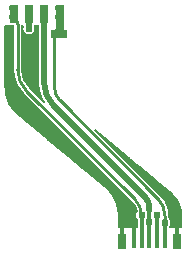
<source format=gtl>
G04*
G04 #@! TF.GenerationSoftware,Altium Limited,Altium Designer,20.0.13 (296)*
G04*
G04 Layer_Physical_Order=1*
G04 Layer_Color=19455*
%FSLAX44Y44*%
%MOMM*%
G71*
G01*
G75*
%ADD10C,0.2540*%
%ADD16C,0.5080*%
%ADD17C,0.3048*%
%ADD18R,1.4081X0.6605*%
%ADD19R,0.7987X2.1312*%
%ADD20R,0.3500X2.3250*%
%ADD21R,0.3500X1.3500*%
%ADD22R,0.7000X1.1000*%
%ADD23R,0.8000X1.5000*%
%ADD24C,0.6096*%
%ADD25C,0.4064*%
G36*
X360310Y607379D02*
X360232Y607262D01*
X359877Y605479D01*
X360232Y603695D01*
X360395Y603451D01*
Y560711D01*
X360382Y559446D01*
X360382Y559446D01*
X360479Y558216D01*
X360751Y554768D01*
X361846Y550206D01*
X363642Y545871D01*
X365087Y543512D01*
X364083Y542721D01*
X351607Y555196D01*
X351503Y555265D01*
X348772Y558593D01*
X346685Y562498D01*
X345400Y566735D01*
X344978Y571019D01*
X345002Y571142D01*
Y608649D01*
X346684D01*
X347248Y607413D01*
X347243Y607379D01*
X346894Y605627D01*
X347249Y603843D01*
X348260Y602331D01*
X349772Y601321D01*
X351556Y600966D01*
X353340Y601321D01*
X354852Y602331D01*
X355863Y603843D01*
X356217Y605627D01*
X355863Y607411D01*
X356219Y608649D01*
X359993D01*
X360310Y607379D01*
D02*
G37*
G36*
X456225Y452607D02*
Y452254D01*
X456087Y451562D01*
X455817Y450910D01*
X455425Y450323D01*
X455176Y450073D01*
X455176D01*
X455176D01*
D01*
X452181Y450134D01*
X451943Y450373D01*
X451568Y450934D01*
X451309Y451558D01*
X451177Y452220D01*
Y452558D01*
Y453691D01*
X451147Y454680D01*
X451184Y454716D01*
X451269Y454773D01*
X451363Y454812D01*
X451463Y454832D01*
X456225D01*
Y452607D01*
D02*
G37*
G36*
X407539Y521235D02*
X407694Y521155D01*
X407781Y521082D01*
X407868Y521009D01*
X407868Y521009D01*
X407868Y521009D01*
X407955Y520936D01*
X408042Y520863D01*
X408129Y520791D01*
X408129Y520790D01*
X408216Y520718D01*
X408216Y520718D01*
X408216Y520717D01*
X408303Y520645D01*
X408303Y520645D01*
X408390Y520572D01*
X408390Y520572D01*
X408390Y520572D01*
X408825Y520207D01*
X408825Y520207D01*
X408826Y520207D01*
X408999Y520061D01*
X408999Y520061D01*
X409000Y520061D01*
X409173Y519916D01*
X409174Y519916D01*
X409174Y519915D01*
X409261Y519842D01*
X409261Y519842D01*
X409435Y519697D01*
X409435Y519697D01*
X409435Y519697D01*
X409522Y519624D01*
X409522Y519624D01*
X409609Y519551D01*
X409609Y519551D01*
X409609Y519551D01*
X410044Y519187D01*
X410044Y519187D01*
X410045Y519186D01*
X410131Y519114D01*
X410131Y519114D01*
X410305Y518968D01*
X410306Y518968D01*
X410306Y518968D01*
X410392Y518895D01*
X410392Y518895D01*
X410479Y518822D01*
X410480Y518822D01*
X410480Y518822D01*
X410566Y518750D01*
X410566Y518750D01*
X410653Y518677D01*
X410654Y518676D01*
X410654Y518676D01*
X410740Y518604D01*
X410741Y518604D01*
X410827Y518531D01*
X410828Y518531D01*
X410828Y518531D01*
X411002Y518386D01*
X411002Y518385D01*
X411089Y518313D01*
X411089Y518312D01*
X411089Y518312D01*
X412047Y517511D01*
X412047Y517511D01*
X412047Y517511D01*
X412134Y517438D01*
X412308Y517293D01*
X412308Y517292D01*
X412308Y517292D01*
X412482Y517147D01*
X412482Y517147D01*
X412483Y517146D01*
X412570Y517074D01*
X412656Y517001D01*
X412657Y517001D01*
X412657Y517001D01*
X412744Y516928D01*
X412830Y516856D01*
X412831Y516856D01*
X412831Y516855D01*
X413179Y516564D01*
X413179Y516564D01*
X413179Y516564D01*
X413527Y516273D01*
X413527Y516273D01*
X413527Y516273D01*
X413876Y515982D01*
X413876Y515981D01*
X413876Y515981D01*
X414224Y515690D01*
X414224Y515690D01*
X414572Y515399D01*
X414573Y515399D01*
X414747Y515253D01*
X414747Y515253D01*
X414747Y515253D01*
X415095Y514962D01*
X415095Y514962D01*
X415095Y514962D01*
X415618Y514525D01*
X415618Y514525D01*
X415618Y514525D01*
X415792Y514380D01*
X415792Y514380D01*
X415967Y514234D01*
X415967Y514234D01*
X416141Y514089D01*
X416141Y514089D01*
X416141Y514089D01*
X416315Y513943D01*
X416489Y513798D01*
X416489Y513798D01*
X416490Y513797D01*
X416838Y513507D01*
X416838Y513507D01*
X416838Y513506D01*
X417012Y513361D01*
X417013Y513361D01*
X417535Y512924D01*
X417535Y512924D01*
X417536Y512924D01*
X417884Y512633D01*
X417884Y512633D01*
X417884Y512633D01*
X418407Y512197D01*
X418407Y512197D01*
X418407Y512197D01*
X418756Y511906D01*
X418756Y511906D01*
X418756Y511906D01*
X419105Y511615D01*
X419105Y511615D01*
X419105Y511615D01*
X419279Y511469D01*
X419453Y511324D01*
X419453Y511324D01*
X419628Y511179D01*
X419628Y511179D01*
X419628Y511179D01*
X419802Y511033D01*
X419802Y511033D01*
X419802Y511033D01*
X420151Y510743D01*
X420151Y510742D01*
X420151Y510742D01*
X421023Y510016D01*
X421023Y510015D01*
X421023Y510015D01*
X421284Y509798D01*
X421285Y509798D01*
X421285Y509797D01*
X421459Y509652D01*
X421459Y509652D01*
X421633Y509507D01*
X421633Y509507D01*
X421634Y509506D01*
X421721Y509434D01*
X421721Y509434D01*
X421895Y509289D01*
X421895Y509289D01*
X421982Y509216D01*
X421982Y509216D01*
X421982Y509216D01*
X422157Y509071D01*
X422243Y508998D01*
X422244Y508998D01*
X422244Y508998D01*
X422593Y508707D01*
X422593Y508707D01*
X422680Y508635D01*
X422680Y508635D01*
X422680Y508635D01*
X422767Y508562D01*
X422767Y508562D01*
X422768Y508562D01*
X423203Y508199D01*
X423203Y508199D01*
X423204Y508199D01*
X423465Y507981D01*
X423465Y507981D01*
X423465Y507980D01*
X423553Y507908D01*
X423639Y507836D01*
X423639Y507836D01*
X423640Y507835D01*
X423814Y507691D01*
X423814Y507690D01*
X423814Y507690D01*
X423901Y507617D01*
X423901Y507617D01*
X424162Y507400D01*
X424163Y507400D01*
X424163Y507399D01*
X424250Y507327D01*
X424250Y507327D01*
X424424Y507182D01*
X424424Y507182D01*
X424425Y507182D01*
X424512Y507109D01*
X424512Y507109D01*
X424686Y506964D01*
X424686Y506964D01*
X424686Y506964D01*
X424773Y506891D01*
X424774Y506891D01*
X424860Y506819D01*
X424861Y506819D01*
X424861Y506818D01*
X424948Y506746D01*
X425034Y506674D01*
X425035Y506674D01*
X425035Y506673D01*
X425122Y506601D01*
X425122Y506601D01*
X425122Y506600D01*
X425210Y506528D01*
X425210Y506528D01*
X425297Y506455D01*
X425297Y506455D01*
X425471Y506310D01*
X425471Y506310D01*
X425471Y506310D01*
X425558Y506237D01*
X425559Y506237D01*
X425645Y506165D01*
X425645Y506165D01*
X425820Y506020D01*
X425820Y506020D01*
X425820Y506020D01*
X425907Y505947D01*
X425907Y505947D01*
X425994Y505874D01*
X425994Y505874D01*
X425994Y505874D01*
X426082Y505802D01*
X426168Y505729D01*
X426169Y505729D01*
X426169Y505729D01*
X426256Y505657D01*
X426256Y505657D01*
X426256Y505656D01*
X426343Y505584D01*
X426343Y505584D01*
X426430Y505511D01*
X426430Y505511D01*
X426431Y505511D01*
X426518Y505438D01*
X426518Y505438D01*
X426605Y505366D01*
X426605Y505366D01*
X426692Y505294D01*
X426692Y505294D01*
X426692Y505293D01*
X426779Y505221D01*
X426780Y505221D01*
X426866Y505148D01*
X426866Y505148D01*
X426867Y505148D01*
X426954Y505075D01*
X426954Y505075D01*
X427041Y505003D01*
X427041Y505003D01*
X427041Y505003D01*
X427128Y504930D01*
X427128Y504930D01*
X427215Y504858D01*
X427215Y504858D01*
X427215Y504858D01*
X427303Y504785D01*
X427303Y504785D01*
X427390Y504713D01*
X427390Y504712D01*
X427390Y504712D01*
X427564Y504567D01*
X427564Y504567D01*
X427651Y504495D01*
X427651Y504495D01*
X427651Y504495D01*
X427826Y504349D01*
X427826Y504349D01*
X427913Y504277D01*
X427913Y504277D01*
X427913Y504277D01*
X428175Y504059D01*
X428175Y504059D01*
X428262Y503986D01*
X428262Y503986D01*
X428262Y503986D01*
X428349Y503913D01*
X428349Y503913D01*
X428350Y503913D01*
X428698Y503623D01*
X428698Y503623D01*
X428960Y503405D01*
X428960Y503405D01*
X428960Y503405D01*
X429134Y503260D01*
X429134Y503260D01*
X429135Y503260D01*
X429309Y503115D01*
X429309Y503115D01*
X429309Y503115D01*
X429483Y502970D01*
X429483Y502969D01*
X429484Y502969D01*
X429658Y502824D01*
X429658Y502824D01*
X429658Y502824D01*
X429745Y502752D01*
X429745Y502751D01*
X429919Y502607D01*
X429920Y502606D01*
X429920Y502606D01*
X430007Y502533D01*
X430007Y502533D01*
X430094Y502461D01*
X430094Y502461D01*
X430268Y502316D01*
X430269Y502316D01*
X430269Y502316D01*
X430356Y502243D01*
X430356Y502243D01*
X430443Y502171D01*
X430443Y502171D01*
X430443Y502170D01*
X430531Y502098D01*
X430531Y502098D01*
X430617Y502025D01*
X430618Y502025D01*
X430618Y502025D01*
X430705Y501953D01*
X430705Y501953D01*
X430792Y501880D01*
X430792Y501880D01*
X430792Y501880D01*
X430880Y501808D01*
X430880Y501808D01*
X430966Y501735D01*
X430967Y501735D01*
X430967Y501735D01*
X431054Y501662D01*
X431141Y501590D01*
X431141Y501590D01*
X431228Y501517D01*
X431228Y501517D01*
X431228Y501517D01*
X431316Y501445D01*
X431316Y501444D01*
X431316Y501444D01*
X431403Y501372D01*
X431490Y501300D01*
X431490Y501300D01*
X431490Y501299D01*
X431577Y501227D01*
X431578Y501227D01*
X431578Y501227D01*
X431665Y501154D01*
X431752Y501082D01*
X431752Y501082D01*
X431752Y501081D01*
X431927Y500936D01*
X432014Y500864D01*
X432014Y500864D01*
X432014Y500864D01*
X432188Y500718D01*
X432275Y500646D01*
X432276Y500646D01*
X432276Y500646D01*
X432363Y500573D01*
X432363Y500573D01*
X432363Y500573D01*
X432712Y500283D01*
X432712Y500283D01*
X432712Y500283D01*
X432887Y500138D01*
X432887Y500138D01*
X432887Y500138D01*
X433498Y499630D01*
X433498Y499630D01*
X433498Y499630D01*
X433847Y499339D01*
X433847Y499339D01*
X433847Y499339D01*
X434196Y499049D01*
X434196Y499049D01*
X434196Y499049D01*
X434283Y498977D01*
X434284Y498976D01*
X434284Y498976D01*
X434458Y498831D01*
X434458Y498831D01*
X434458Y498831D01*
X434545Y498759D01*
X434545Y498759D01*
X434720Y498614D01*
X434720Y498614D01*
X434720Y498613D01*
X434808Y498541D01*
X434894Y498469D01*
X434895Y498469D01*
X434895Y498469D01*
X434982Y498396D01*
X435069Y498323D01*
X435157Y498251D01*
X435244Y498178D01*
X435331Y498106D01*
X435419Y498033D01*
X435419Y498033D01*
X435419Y498033D01*
X435593Y497888D01*
X435680Y497816D01*
X435681Y497816D01*
X435681Y497816D01*
X435942Y497598D01*
X435942Y497598D01*
X435943Y497598D01*
X436030Y497525D01*
X436030Y497525D01*
X436117Y497453D01*
X436117Y497453D01*
X436117Y497453D01*
X436466Y497163D01*
X436466Y497163D01*
X436466Y497163D01*
X436728Y496945D01*
X436728Y496945D01*
X436815Y496873D01*
X436815Y496873D01*
X436816Y496873D01*
X437426Y496365D01*
X437426Y496365D01*
X437427Y496365D01*
X437514Y496293D01*
X437514Y496292D01*
X437601Y496220D01*
X437601Y496220D01*
X437601Y496220D01*
X438212Y495713D01*
X438299Y495640D01*
X438299Y495640D01*
X438300Y495640D01*
X438823Y495205D01*
X438910Y495132D01*
X438911Y495132D01*
X438911Y495132D01*
X439522Y494625D01*
X439608Y494553D01*
X439609Y494552D01*
X439609Y494552D01*
X440482Y493827D01*
X440482Y493827D01*
X441180Y493247D01*
X441181Y493247D01*
X441181Y493247D01*
X442228Y492377D01*
X443276Y491506D01*
X443276Y491506D01*
X443625Y491216D01*
X445023Y490056D01*
X445023Y490056D01*
X445372Y489766D01*
X445372Y489766D01*
X445721Y489476D01*
X445721Y489476D01*
X446070Y489186D01*
X446070Y489186D01*
X446071Y489186D01*
X447118Y488316D01*
X447118Y488316D01*
X447468Y488026D01*
X447817Y487736D01*
X447817Y487736D01*
X448166Y487446D01*
X448166Y487446D01*
X448516Y487156D01*
X448516Y487156D01*
X449127Y486649D01*
X449127Y486649D01*
X449389Y486431D01*
X449389Y486431D01*
X449651Y486214D01*
X449651Y486214D01*
X449651Y486214D01*
X449913Y485996D01*
X450175Y485779D01*
X450175Y485779D01*
X450437Y485562D01*
X450437Y485562D01*
X450699Y485344D01*
X450699Y485344D01*
X450699Y485344D01*
X450961Y485127D01*
X451223Y484909D01*
X451223Y484909D01*
X451223Y484909D01*
X452271Y484039D01*
X452271Y484039D01*
X452533Y483822D01*
X452533Y483822D01*
X453057Y483387D01*
X453057Y483387D01*
X453057Y483387D01*
X453319Y483170D01*
X453581Y482952D01*
X453581Y482952D01*
X453581Y482952D01*
X453843Y482735D01*
X454105Y482518D01*
X454105Y482518D01*
X454105Y482517D01*
X454367Y482300D01*
X454367Y482300D01*
X454717Y482010D01*
X454717Y482010D01*
X454717Y482010D01*
X455241Y481575D01*
X455241Y481575D01*
X455241Y481575D01*
X455765Y481141D01*
X455765Y481141D01*
X455765Y481140D01*
X455939Y480996D01*
X455939Y480996D01*
X456289Y480706D01*
X456289Y480706D01*
X456289Y480706D01*
X456638Y480416D01*
X456638Y480416D01*
X457162Y479981D01*
X457163Y479981D01*
X457512Y479691D01*
X457512Y479691D01*
X457512Y479691D01*
X457687Y479546D01*
X457687Y479546D01*
X458036Y479257D01*
X458036Y479257D01*
X458211Y479112D01*
X458211Y479112D01*
X458211Y479112D01*
X458385Y478967D01*
X458385Y478967D01*
X458560Y478822D01*
X458560Y478822D01*
X458735Y478677D01*
X458735Y478677D01*
X458735Y478677D01*
X459084Y478387D01*
X459084Y478387D01*
X459259Y478242D01*
X459259Y478242D01*
X459259Y478242D01*
X459434Y478097D01*
X459434Y478097D01*
X459608Y477952D01*
X459608Y477952D01*
X459783Y477807D01*
X459783Y477807D01*
X459783Y477807D01*
X461006Y476793D01*
X461006Y476793D01*
X461180Y476648D01*
X461181Y476648D01*
X461181Y476648D01*
X461530Y476358D01*
X461530Y476358D01*
X461530Y476358D01*
X461880Y476068D01*
X461880Y476068D01*
X462753Y475344D01*
X462753Y475344D01*
X462753Y475344D01*
X463102Y475054D01*
X463102Y475054D01*
X463103Y475054D01*
X463277Y474909D01*
X463277Y474909D01*
X463277Y474909D01*
X463539Y474692D01*
X463539Y474692D01*
X463714Y474547D01*
X463714Y474547D01*
X463714Y474547D01*
X463976Y474330D01*
X463976Y474329D01*
X463976Y474329D01*
X464063Y474257D01*
X464064Y474257D01*
X464064Y474257D01*
X464151Y474185D01*
X464238Y474112D01*
X464238Y474112D01*
X464238Y474112D01*
X464500Y473895D01*
X464500Y473895D01*
X464500Y473895D01*
X464588Y473822D01*
X464588Y473822D01*
X464588Y473822D01*
X464675Y473750D01*
X464762Y473678D01*
X464762Y473677D01*
X464762Y473677D01*
X464937Y473533D01*
X464937Y473533D01*
X464937Y473532D01*
X465112Y473387D01*
X465112Y473387D01*
X465112Y473387D01*
X465199Y473315D01*
X465286Y473243D01*
X465286Y473243D01*
X465286Y473243D01*
X465548Y473026D01*
X465549Y473025D01*
X465549Y473025D01*
X465636Y472952D01*
X465810Y472808D01*
X465810Y472808D01*
X465811Y472808D01*
X466073Y472591D01*
X466073Y472591D01*
X466422Y472301D01*
X466422Y472301D01*
X466684Y472084D01*
X466684Y472084D01*
X466684Y472083D01*
X466772Y472011D01*
X466772Y472011D01*
X466772Y472011D01*
X466859Y471938D01*
X467033Y471794D01*
X467033Y471794D01*
X467034Y471794D01*
X467121Y471721D01*
X467121Y471721D01*
X467121Y471721D01*
X467209Y471648D01*
X467383Y471504D01*
X467383Y471504D01*
X467383Y471504D01*
X467470Y471431D01*
X467471Y471431D01*
X467471Y471431D01*
X467558Y471359D01*
X467732Y471214D01*
X467732Y471214D01*
X467732Y471214D01*
X467820Y471142D01*
X467820Y471142D01*
X467820Y471141D01*
X467907Y471069D01*
X468082Y470925D01*
X468082Y470924D01*
X468082Y470924D01*
X468169Y470852D01*
X468169Y470852D01*
X468170Y470852D01*
X468257Y470779D01*
X468431Y470635D01*
X468431Y470635D01*
X468432Y470634D01*
X468519Y470562D01*
X468868Y470272D01*
X468868Y470272D01*
X469217Y469982D01*
X469217Y469982D01*
X469392Y469838D01*
X469392Y469837D01*
X469393Y469837D01*
X469480Y469765D01*
X469654Y469621D01*
X469654Y469620D01*
X469654Y469620D01*
X469742Y469548D01*
X469742Y469548D01*
X469742Y469548D01*
X469829Y469475D01*
X470003Y469331D01*
X470004Y469331D01*
X470004Y469330D01*
X470091Y469258D01*
X470440Y468968D01*
X470440Y468968D01*
X470615Y468823D01*
X470615Y468823D01*
X470616Y468823D01*
X470703Y468751D01*
X470877Y468606D01*
X470877Y468606D01*
X470877Y468606D01*
X470965Y468534D01*
X470965Y468534D01*
X470965Y468533D01*
X471052Y468461D01*
X471314Y468244D01*
X471314Y468244D01*
X471576Y468026D01*
X471576Y468026D01*
X471576Y468026D01*
X471624Y467987D01*
X471637Y467975D01*
X471637Y467975D01*
X471637Y467975D01*
X471646Y467967D01*
X471647Y467966D01*
X471649Y467965D01*
X471663Y467952D01*
X471663Y467952D01*
X471672Y467944D01*
X471674Y467943D01*
X471675Y467941D01*
X471689Y467928D01*
X471689Y467928D01*
X471698Y467920D01*
X471700Y467920D01*
X471701Y467918D01*
X471724Y467897D01*
X471724Y467897D01*
X471724Y467897D01*
X471733Y467889D01*
X471733Y467889D01*
X471741Y467881D01*
X471743Y467880D01*
X471744Y467879D01*
X471759Y467866D01*
X471759Y467866D01*
X471767Y467858D01*
X471768Y467858D01*
X471785Y467843D01*
X471785Y467843D01*
X471785Y467842D01*
X471794Y467835D01*
X471794Y467835D01*
X471802Y467827D01*
X471804Y467826D01*
X471805Y467824D01*
X471816Y467814D01*
X471818Y467813D01*
X471820Y467811D01*
X471828Y467803D01*
X471828Y467803D01*
X471837Y467796D01*
X471837Y467796D01*
X471854Y467780D01*
X471854Y467780D01*
X471854Y467780D01*
X471863Y467772D01*
X471863Y467772D01*
X471877Y467760D01*
X471879Y467758D01*
X471880Y467757D01*
X471889Y467749D01*
X471889Y467749D01*
X471906Y467733D01*
X471906Y467733D01*
X471907Y467733D01*
X471921Y467720D01*
X471923Y467719D01*
X471924Y467718D01*
X471933Y467710D01*
X471933Y467710D01*
X471947Y467697D01*
X471949Y467696D01*
X471950Y467694D01*
X471964Y467681D01*
X471966Y467680D01*
X471967Y467678D01*
X471982Y467666D01*
X471982Y467666D01*
X471990Y467658D01*
X471992Y467657D01*
X471993Y467655D01*
X472008Y467642D01*
X472008Y467642D01*
X472008Y467642D01*
X472025Y467627D01*
X472025Y467627D01*
X472034Y467619D01*
X472034Y467619D01*
X472042Y467611D01*
X472044Y467610D01*
X472046Y467608D01*
X472052Y467603D01*
X472057Y467598D01*
X472058Y467597D01*
X472060Y467595D01*
X472068Y467588D01*
X472068Y467588D01*
X472077Y467580D01*
X472077Y467580D01*
X472086Y467572D01*
X472086Y467572D01*
X472086Y467572D01*
X472103Y467556D01*
X472103Y467556D01*
X472109Y467551D01*
X472118Y467543D01*
X472119Y467542D01*
X472120Y467541D01*
X472126Y467536D01*
X472135Y467528D01*
X472137Y467527D01*
X472138Y467525D01*
X472144Y467520D01*
X472161Y467504D01*
X472161Y467504D01*
X472161Y467504D01*
X472178Y467489D01*
X472180Y467487D01*
X472181Y467486D01*
X472187Y467481D01*
X472201Y467468D01*
X472205Y467466D01*
X472207Y467462D01*
X472213Y467457D01*
X472227Y467444D01*
X472229Y467443D01*
X472230Y467441D01*
X472247Y467426D01*
X472248Y467426D01*
X472248Y467426D01*
X472262Y467413D01*
X472264Y467412D01*
X472265Y467410D01*
X472279Y467397D01*
X472281Y467396D01*
X472282Y467394D01*
X472296Y467382D01*
X472296Y467382D01*
X472302Y467376D01*
X472311Y467369D01*
X472314Y467366D01*
X472317Y467363D01*
X472331Y467350D01*
X472331Y467350D01*
X472340Y467342D01*
X472340Y467342D01*
X472346Y467337D01*
X472354Y467329D01*
X472356Y467328D01*
X472357Y467327D01*
X472366Y467319D01*
X472366Y467319D01*
X472371Y467314D01*
X472380Y467306D01*
X472382Y467305D01*
X472383Y467303D01*
X472389Y467298D01*
X472406Y467282D01*
X472406Y467282D01*
X472406Y467282D01*
X472415Y467274D01*
X472415Y467274D01*
X472432Y467259D01*
X472432Y467259D01*
X472432Y467259D01*
X472456Y467237D01*
X472457Y467236D01*
X472458Y467235D01*
X472472Y467222D01*
X472489Y467206D01*
X472490Y467206D01*
X472491Y467205D01*
X472508Y467189D01*
X472522Y467176D01*
X472523Y467176D01*
X472524Y467175D01*
X472541Y467159D01*
X472541Y467159D01*
X472557Y467145D01*
X472557Y467145D01*
X472590Y467115D01*
X472590Y467115D01*
X472607Y467099D01*
X472607Y467099D01*
X472623Y467085D01*
X472623Y467085D01*
X472640Y467069D01*
X472640Y467069D01*
X472656Y467054D01*
X472656Y467054D01*
X472673Y467039D01*
X472673Y467039D01*
X472721Y466994D01*
X472722Y466994D01*
X472773Y466946D01*
X472853Y466873D01*
X472853Y466873D01*
X472870Y466857D01*
X472870Y466857D01*
X472903Y466827D01*
X472903Y466827D01*
X472936Y466796D01*
X472998Y466738D01*
X473048Y466692D01*
X473080Y466661D01*
X473080Y466661D01*
X473096Y466646D01*
X473129Y466616D01*
X473129Y466616D01*
X473143Y466603D01*
X473143Y466603D01*
X473160Y466586D01*
X473161Y466586D01*
X473161Y466585D01*
X473178Y466569D01*
X473192Y466556D01*
X473192Y466556D01*
X473225Y466525D01*
X473273Y466480D01*
X473287Y466466D01*
X473287Y466466D01*
X473288Y466465D01*
X473302Y466452D01*
X473334Y466421D01*
X473335Y466420D01*
X473336Y466419D01*
X473351Y466405D01*
X473396Y466362D01*
X473421Y466338D01*
X473421Y466338D01*
X473446Y466313D01*
X473491Y466270D01*
X473513Y466249D01*
X473561Y466203D01*
X473561Y466203D01*
X473583Y466181D01*
X473607Y466158D01*
X473607Y466158D01*
X473643Y466122D01*
X473666Y466098D01*
X474404Y465290D01*
X474803Y464814D01*
X475663Y463879D01*
X475744Y463777D01*
X475902Y463570D01*
X476059Y463361D01*
X476217Y463146D01*
X476248Y463102D01*
X476281Y463056D01*
X476309Y463017D01*
X476343Y462970D01*
X476369Y462932D01*
X476403Y462884D01*
X476433Y462841D01*
X476433Y462841D01*
X476459Y462803D01*
X476490Y462759D01*
X476521Y462713D01*
X476552Y462669D01*
X476580Y462628D01*
X476610Y462583D01*
X476639Y462541D01*
X476668Y462498D01*
X476700Y462450D01*
X476729Y462407D01*
X476760Y462361D01*
X476786Y462320D01*
X476819Y462271D01*
X476840Y462239D01*
X476864Y462203D01*
X476886Y462169D01*
X476910Y462131D01*
X476936Y462092D01*
X476958Y462058D01*
X476991Y462006D01*
X477009Y461979D01*
X477046Y461921D01*
X477062Y461895D01*
X477097Y461841D01*
X477131Y461787D01*
X477149Y461758D01*
X477183Y461704D01*
X477183Y461704D01*
X477202Y461674D01*
X477202Y461674D01*
X477202Y461673D01*
X477215Y461654D01*
X477235Y461621D01*
X477236Y461620D01*
X477236Y461619D01*
X477248Y461599D01*
X477271Y461563D01*
X477306Y461507D01*
X477306Y461507D01*
X477317Y461489D01*
X477317Y461489D01*
X477327Y461473D01*
X477364Y461413D01*
X477375Y461395D01*
X477375Y461395D01*
X477420Y461322D01*
X477444Y461283D01*
X477444Y461282D01*
X477489Y461208D01*
X477489Y461208D01*
X477501Y461188D01*
X477501Y461188D01*
X477512Y461170D01*
X477524Y461150D01*
X477536Y461132D01*
X477536Y461131D01*
X477537Y461130D01*
X477547Y461114D01*
X477559Y461094D01*
X477560Y461093D01*
X477560Y461092D01*
X477581Y461057D01*
X477582Y461056D01*
X477583Y461054D01*
X477605Y461017D01*
X477606Y461017D01*
X477606Y461016D01*
X477627Y460981D01*
X477627Y460981D01*
X477639Y460961D01*
X477640Y460960D01*
X477640Y460959D01*
X477662Y460923D01*
X477710Y460843D01*
X477732Y460806D01*
X477732Y460805D01*
X477733Y460804D01*
X477744Y460786D01*
X477767Y460748D01*
X477767Y460747D01*
X477768Y460746D01*
X477780Y460726D01*
X477789Y460710D01*
X477790Y460709D01*
X477790Y460708D01*
X477813Y460670D01*
X477813Y460670D01*
X477836Y460631D01*
X477837Y460630D01*
X477837Y460630D01*
X477848Y460612D01*
X477849Y460611D01*
X477849Y460609D01*
X477857Y460596D01*
X477860Y460593D01*
X477861Y460589D01*
X477870Y460574D01*
X477870Y460574D01*
X477876Y460563D01*
X477877Y460563D01*
X477877Y460562D01*
X477888Y460543D01*
X477888Y460543D01*
X477899Y460526D01*
X477900Y460524D01*
X477901Y460522D01*
X477906Y460513D01*
X477906Y460513D01*
X477916Y460496D01*
X477918Y460494D01*
X477919Y460491D01*
X477940Y460455D01*
X477941Y460454D01*
X477942Y460453D01*
X477948Y460443D01*
X477982Y460385D01*
X477990Y460372D01*
X477992Y460369D01*
X477994Y460365D01*
X478009Y460339D01*
X478011Y460337D01*
X478012Y460335D01*
X478025Y460311D01*
X478028Y460308D01*
X478029Y460304D01*
X478039Y460289D01*
X478039Y460289D01*
X478045Y460279D01*
X478045Y460278D01*
X478046Y460277D01*
X478056Y460258D01*
X478056Y460258D01*
X478062Y460248D01*
X478063Y460248D01*
X478063Y460247D01*
X478074Y460228D01*
X478074Y460228D01*
X478079Y460221D01*
X478079Y460221D01*
X478085Y460211D01*
X478087Y460208D01*
X478089Y460204D01*
X478096Y460191D01*
X478097Y460189D01*
X478098Y460188D01*
X478102Y460181D01*
X478102Y460180D01*
X478108Y460170D01*
X478109Y460169D01*
X478110Y460168D01*
X478114Y460160D01*
X478114Y460160D01*
X478120Y460150D01*
X478121Y460149D01*
X478122Y460148D01*
X478126Y460140D01*
X478126Y460140D01*
X478132Y460130D01*
X478133Y460129D01*
X478133Y460127D01*
X478138Y460120D01*
X478138Y460120D01*
X478150Y460100D01*
X478151Y460099D01*
X478151Y460097D01*
X478159Y460084D01*
X478162Y460081D01*
X478163Y460077D01*
X478167Y460070D01*
X478167Y460070D01*
X478179Y460049D01*
X478180Y460048D01*
X478181Y460047D01*
X478189Y460034D01*
X478190Y460032D01*
X478191Y460029D01*
X478197Y460019D01*
X478198Y460018D01*
X478199Y460017D01*
X478203Y460009D01*
X478203Y460009D01*
X478212Y459993D01*
X478214Y459991D01*
X478215Y459989D01*
X478226Y459971D01*
X478226Y459970D01*
X478227Y459969D01*
X478242Y459943D01*
X478244Y459940D01*
X478246Y459936D01*
X478254Y459923D01*
X478255Y459921D01*
X478256Y459919D01*
X478265Y459903D01*
X478267Y459901D01*
X478268Y459898D01*
X478277Y459882D01*
X478280Y459879D01*
X478281Y459876D01*
X478289Y459862D01*
X478291Y459860D01*
X478292Y459858D01*
X478301Y459842D01*
X478302Y459840D01*
X478303Y459838D01*
X478313Y459822D01*
X478314Y459820D01*
X478315Y459818D01*
X478330Y459792D01*
X478332Y459790D01*
X478333Y459787D01*
X478342Y459771D01*
X478344Y459770D01*
X478345Y459767D01*
X478354Y459752D01*
X478354Y459751D01*
X478358Y459745D01*
X478363Y459733D01*
X478365Y459731D01*
X478366Y459728D01*
X478383Y459693D01*
X478385Y459691D01*
X478386Y459688D01*
X478403Y459652D01*
X478404Y459651D01*
X478404Y459650D01*
X478416Y459626D01*
X478417Y459624D01*
X478418Y459622D01*
X478428Y459601D01*
X478430Y459599D01*
X478431Y459596D01*
X478442Y459573D01*
X478442Y459572D01*
X478443Y459571D01*
X478455Y459547D01*
X478456Y459545D01*
X478456Y459543D01*
X478467Y459522D01*
X478467Y459521D01*
X478467Y459520D01*
X478474Y459507D01*
X478475Y459506D01*
X478475Y459505D01*
X478492Y459469D01*
X478493Y459468D01*
X478493Y459467D01*
X478505Y459443D01*
X478506Y459442D01*
X478506Y459441D01*
X478512Y459428D01*
X478513Y459427D01*
X478513Y459426D01*
X478530Y459392D01*
X478536Y459379D01*
X478537Y459378D01*
X478537Y459377D01*
X478550Y459351D01*
X478551Y459350D01*
X478551Y459349D01*
X478562Y459326D01*
X478568Y459315D01*
X478569Y459313D01*
X478569Y459311D01*
X478576Y459298D01*
X478576Y459297D01*
X478577Y459296D01*
X478583Y459283D01*
X478587Y459275D01*
X478588Y459273D01*
X478589Y459271D01*
X478594Y459260D01*
X478600Y459249D01*
X478601Y459247D01*
X478601Y459245D01*
X478607Y459234D01*
X478657Y459130D01*
X478675Y459094D01*
X478675Y459093D01*
X478676Y459092D01*
X478682Y459079D01*
X478682Y459079D01*
X478687Y459067D01*
X478689Y459066D01*
X478689Y459064D01*
X478693Y459055D01*
X478699Y459043D01*
X478700Y459042D01*
X478700Y459041D01*
X478713Y459015D01*
X478714Y459014D01*
X478714Y459013D01*
X478720Y458999D01*
X478720Y458999D01*
X478729Y458980D01*
X478731Y458979D01*
X478731Y458977D01*
X478738Y458963D01*
X478738Y458963D01*
X478739Y458962D01*
X478744Y458950D01*
X478755Y458927D01*
X478757Y458925D01*
X478758Y458922D01*
X478761Y458914D01*
X478774Y458888D01*
X478775Y458886D01*
X478776Y458884D01*
X478799Y458835D01*
X478804Y458825D01*
X478805Y458824D01*
X478806Y458822D01*
X478818Y458797D01*
X478818Y458797D01*
X478823Y458786D01*
X478823Y458786D01*
X478829Y458772D01*
X478831Y458771D01*
X478831Y458769D01*
X478841Y458748D01*
X478842Y458747D01*
X478842Y458746D01*
X478848Y458733D01*
X478854Y458721D01*
X478854Y458720D01*
X478855Y458719D01*
X478861Y458706D01*
X478861Y458706D01*
X478865Y458698D01*
X478866Y458697D01*
X478866Y458695D01*
X478873Y458681D01*
X478873Y458681D01*
X478874Y458680D01*
X478880Y458666D01*
X478880Y458666D01*
X478926Y458570D01*
X478927Y458569D01*
X478927Y458568D01*
X478944Y458531D01*
X478944Y458531D01*
X478968Y458480D01*
X478968Y458480D01*
X478968Y458479D01*
X478980Y458456D01*
X479004Y458405D01*
X479016Y458378D01*
X479051Y458304D01*
X479051Y458304D01*
X479074Y458254D01*
X479099Y458201D01*
X479099Y458201D01*
X479120Y458155D01*
X479155Y458079D01*
X479167Y458053D01*
X479167Y458053D01*
X479178Y458028D01*
X479201Y457980D01*
X479236Y457903D01*
X479259Y457851D01*
X479280Y457804D01*
X479291Y457779D01*
X479302Y457755D01*
X479326Y457702D01*
X479348Y457653D01*
X479358Y457631D01*
X479379Y457583D01*
X479402Y457530D01*
X479423Y457483D01*
X479434Y457456D01*
X479456Y457406D01*
X479467Y457382D01*
X479486Y457336D01*
X479486Y457336D01*
X479497Y457310D01*
X479520Y457258D01*
X479534Y457225D01*
X479549Y457189D01*
X479566Y457148D01*
X479582Y457111D01*
X479595Y457078D01*
X479612Y457039D01*
X479625Y457006D01*
X479640Y456969D01*
X479657Y456929D01*
X479672Y456892D01*
X479685Y456861D01*
X479701Y456820D01*
X479715Y456786D01*
X479731Y456746D01*
X479743Y456715D01*
X479821Y456517D01*
X479857Y456420D01*
X479894Y456322D01*
X479930Y456224D01*
X479967Y456124D01*
X479997Y456041D01*
X480028Y455953D01*
X480060Y455862D01*
X480089Y455779D01*
X480118Y455696D01*
X480148Y455605D01*
X480177Y455518D01*
X480206Y455430D01*
X480234Y455343D01*
X480264Y455252D01*
X480293Y455160D01*
X480318Y455079D01*
X480348Y454984D01*
X480374Y454896D01*
X480400Y454810D01*
X480424Y454729D01*
X480447Y454651D01*
X480470Y454572D01*
X480490Y454502D01*
X480514Y454417D01*
X480535Y454346D01*
X480558Y454262D01*
X480578Y454187D01*
X480600Y454109D01*
X480621Y454028D01*
X480642Y453952D01*
X480661Y453878D01*
X480683Y453795D01*
X480703Y453717D01*
X480723Y453638D01*
X480744Y453557D01*
X480782Y453404D01*
X480801Y453323D01*
X480821Y453241D01*
X480840Y453161D01*
X480858Y453089D01*
Y453089D01*
X480876Y453008D01*
X480894Y452931D01*
X480914Y452845D01*
X480930Y452772D01*
X480947Y452695D01*
X480966Y452609D01*
X480982Y452534D01*
X480998Y452458D01*
X481016Y452374D01*
X481031Y452300D01*
X481048Y452215D01*
X481062Y452145D01*
X481082Y452045D01*
X481098Y451962D01*
X481116Y451866D01*
X481132Y451779D01*
X481150Y451684D01*
X481166Y451589D01*
X481182Y451501D01*
X481197Y451410D01*
X481212Y451319D01*
X481227Y451226D01*
X481241Y451138D01*
X481256Y451041D01*
X481269Y450953D01*
X481283Y450860D01*
X481295Y450775D01*
X481310Y450667D01*
X481323Y450566D01*
X481336Y450460D01*
X481349Y450355D01*
X481361Y450252D01*
X481365Y450219D01*
X481369Y450178D01*
X481374Y450136D01*
X481378Y450097D01*
X481382Y450062D01*
X481386Y450019D01*
X481390Y449980D01*
X481394Y449945D01*
X481398Y449901D01*
X481402Y449865D01*
X481405Y449826D01*
Y449826D01*
X481409Y449782D01*
X481413Y449747D01*
X481417Y449705D01*
X481420Y449665D01*
X481424Y449623D01*
X481427Y449585D01*
X481429Y449557D01*
X481433Y449507D01*
Y449507D01*
X481436Y449479D01*
X481438Y449453D01*
X481438Y449453D01*
X481442Y449401D01*
X481444Y449372D01*
X481444Y449372D01*
X481446Y449347D01*
X481448Y449318D01*
X481448Y449318D01*
X481450Y449292D01*
X481452Y449266D01*
X481456Y449208D01*
X481458Y449183D01*
X481458Y449183D01*
X481460Y449154D01*
X481462Y449131D01*
Y449131D01*
X481466Y449075D01*
X481469Y449021D01*
X481469Y449021D01*
X481473Y448967D01*
X481475Y448940D01*
X481480Y448856D01*
X481483Y448803D01*
Y448803D01*
X481487Y448746D01*
X481489Y448695D01*
X481494Y448609D01*
X481497Y448553D01*
X481500Y448498D01*
X481503Y448444D01*
Y448444D01*
X481506Y448386D01*
X481506Y448386D01*
X481510Y448302D01*
X481510Y448302D01*
X481511Y448278D01*
X481511Y448278D01*
X481514Y448219D01*
X481515Y448218D01*
X481514Y448217D01*
X481516Y448192D01*
X481517Y448167D01*
X481517Y448165D01*
X481517Y448163D01*
X481518Y448137D01*
X481519Y448108D01*
X481520Y448106D01*
X481520Y448104D01*
X481521Y448079D01*
X481521Y448079D01*
X481521Y448079D01*
X481522Y448055D01*
X481522Y448052D01*
X481522Y448050D01*
X481523Y448025D01*
X481524Y448023D01*
X481523Y448021D01*
X481524Y447996D01*
X481524Y447996D01*
X481524Y447996D01*
X481526Y447952D01*
X481526Y447952D01*
X481526Y447952D01*
X481528Y447913D01*
X481529Y447910D01*
X481528Y447908D01*
X481530Y447869D01*
X481530Y447866D01*
X481530Y447864D01*
X481531Y447829D01*
X481532Y447827D01*
X481532Y447824D01*
X481533Y447795D01*
X481533Y447795D01*
X481533Y447795D01*
X481534Y447770D01*
X481534Y447768D01*
X481534Y447766D01*
X481536Y447727D01*
X481536Y447726D01*
X481536Y447726D01*
X481537Y447682D01*
X481537Y447682D01*
X481537Y447682D01*
X481539Y447653D01*
X481539Y447653D01*
X481539Y447653D01*
X481539Y447628D01*
X481540Y447626D01*
X481540Y447624D01*
X481541Y447599D01*
X481541Y447597D01*
X481541Y447594D01*
X481541Y447581D01*
X481542Y447555D01*
X481543Y447553D01*
X481543Y447550D01*
X481544Y447526D01*
X481544Y447526D01*
X481544Y447526D01*
X481544Y447501D01*
X481545Y447486D01*
X481545Y447484D01*
X481545Y447482D01*
X481546Y447467D01*
X481546Y447467D01*
X481546Y447467D01*
X481547Y447442D01*
X481547Y447427D01*
X481548Y447425D01*
X481547Y447423D01*
X481548Y447413D01*
X481548Y447398D01*
X481549Y447396D01*
X481549Y447394D01*
X481549Y447383D01*
X481550Y447354D01*
X481550Y447352D01*
X481550Y447350D01*
X481551Y447325D01*
X481551Y447325D01*
X481551Y447325D01*
X481552Y447296D01*
X481552Y447296D01*
X481552Y447295D01*
X481553Y447266D01*
X481553Y447266D01*
X481553Y447266D01*
X481554Y447237D01*
X481554Y447237D01*
X481554Y447237D01*
X481555Y447208D01*
X481555Y447208D01*
X481555Y447207D01*
X481556Y447193D01*
X481556Y447183D01*
X481557Y447180D01*
X481556Y447178D01*
X481557Y447150D01*
X481558Y447139D01*
X481558Y447136D01*
X481558Y447134D01*
X481558Y447119D01*
X481559Y447109D01*
X481559Y447107D01*
X481559Y447105D01*
X481560Y447065D01*
X481561Y447051D01*
X481561Y447048D01*
X481561Y447046D01*
X481562Y447031D01*
X481562Y447021D01*
X481562Y447019D01*
X481562Y447017D01*
X481563Y447002D01*
X481563Y446992D01*
X481563Y446992D01*
X481563Y446977D01*
X481564Y446975D01*
X481564Y446973D01*
X481564Y446959D01*
X481564Y446948D01*
X481564Y446948D01*
X481565Y446933D01*
X481566Y446931D01*
X481565Y446929D01*
X481566Y446904D01*
X481567Y446889D01*
X481567Y446887D01*
X481567Y446885D01*
X481567Y446870D01*
X481568Y446860D01*
X481568Y446860D01*
X481568Y446847D01*
Y436886D01*
X470212D01*
Y438505D01*
X471159Y439922D01*
X471514Y441706D01*
X471159Y443490D01*
X470212Y444907D01*
Y445000D01*
X469728Y446166D01*
X469701Y446178D01*
Y447599D01*
X469758D01*
X469311Y452138D01*
X467987Y456503D01*
X465837Y460525D01*
X462943Y464051D01*
X462943Y464051D01*
X462005Y464909D01*
X406888Y520025D01*
X407467Y521243D01*
X407539Y521235D01*
D02*
G37*
G36*
X339305Y571142D02*
X339272D01*
X339620Y566718D01*
X340656Y562403D01*
X342355Y558303D01*
X344674Y554519D01*
X347556Y551144D01*
X347579Y551167D01*
X439230Y459516D01*
X439253Y459500D01*
X441317Y456986D01*
X442863Y454092D01*
X443785Y451053D01*
X443682Y450984D01*
X442671Y449472D01*
X442316Y447688D01*
X442671Y445904D01*
X443600Y444513D01*
Y436886D01*
X426877D01*
Y446893D01*
X426868Y446940D01*
X426875Y446987D01*
X426873Y447044D01*
X426873Y447046D01*
X426873Y447049D01*
X426872Y447073D01*
X426872Y447073D01*
X426872Y447073D01*
X426871Y447103D01*
X426871Y447105D01*
X426871Y447107D01*
X426870Y447122D01*
X426870Y447146D01*
X426869Y447149D01*
X426870Y447151D01*
X426869Y447176D01*
X426869Y447176D01*
X426869Y447176D01*
X426868Y447191D01*
X426868Y447193D01*
X426868Y447195D01*
X426867Y447220D01*
X426866Y447222D01*
X426867Y447225D01*
X426866Y447249D01*
X426866Y447252D01*
X426866Y447254D01*
X426865Y447279D01*
X426864Y447281D01*
X426865Y447283D01*
X426864Y447308D01*
X426863Y447310D01*
X426864Y447313D01*
X426863Y447337D01*
X426862Y447340D01*
X426863Y447342D01*
X426861Y447396D01*
X426860Y447398D01*
X426861Y447401D01*
X426860Y447415D01*
X426860Y447415D01*
X426860Y447415D01*
X426859Y447444D01*
X426859Y447445D01*
X426859Y447445D01*
X426858Y447474D01*
X426858Y447474D01*
X426858Y447474D01*
X426857Y447503D01*
X426857Y447503D01*
X426857Y447503D01*
X426856Y447533D01*
X426855Y447535D01*
X426856Y447537D01*
X426855Y447562D01*
X426855Y447562D01*
X426855Y447562D01*
X426854Y447577D01*
X426854Y447579D01*
X426854Y447581D01*
X426854Y447591D01*
X426853Y447606D01*
X426853Y447608D01*
X426853Y447610D01*
X426853Y447621D01*
X426852Y447635D01*
X426852Y447638D01*
X426852Y447640D01*
X426851Y447654D01*
X426851Y447654D01*
X426851Y447655D01*
X426850Y447679D01*
X426850Y447694D01*
X426849Y447696D01*
X426850Y447698D01*
X426849Y447713D01*
X426849Y447713D01*
X426849Y447713D01*
X426848Y447743D01*
X426847Y447745D01*
X426848Y447747D01*
X426847Y447772D01*
X426847Y447772D01*
X426847Y447772D01*
X426846Y447787D01*
X426846Y447789D01*
X426846Y447791D01*
X426845Y447816D01*
X426845Y447818D01*
X426845Y447820D01*
X426844Y447845D01*
X426843Y447848D01*
X426844Y447850D01*
X426843Y447864D01*
X426843Y447864D01*
X426843Y447865D01*
X426842Y447908D01*
X426841Y447909D01*
X426842Y447909D01*
X426840Y447938D01*
X426840Y447938D01*
X426840Y447938D01*
X426839Y447967D01*
X426839Y447969D01*
X426839Y447972D01*
X426838Y447997D01*
X426837Y447999D01*
X426838Y448001D01*
X426837Y448016D01*
X426837Y448016D01*
X426837Y448016D01*
X426836Y448040D01*
X426836Y448043D01*
X426836Y448045D01*
X426835Y448074D01*
X426834Y448077D01*
X426834Y448079D01*
X426834Y448089D01*
Y448089D01*
X426833Y448119D01*
X426832Y448121D01*
X426833Y448123D01*
X426832Y448133D01*
Y448133D01*
X426832Y448148D01*
X426831Y448150D01*
X426831Y448152D01*
X426831Y448167D01*
X426831Y448167D01*
X426831Y448167D01*
X426829Y448211D01*
X426829Y448211D01*
X426829Y448211D01*
X426828Y448240D01*
X426827Y448243D01*
X426827Y448245D01*
X426826Y448270D01*
X426826Y448272D01*
X426826Y448274D01*
X426825Y448299D01*
X426824Y448301D01*
X426825Y448304D01*
X426824Y448333D01*
X426823Y448335D01*
X426823Y448337D01*
X426823Y448349D01*
X426822Y448377D01*
X426821Y448379D01*
X426821Y448382D01*
X426820Y448406D01*
X426820Y448408D01*
X426820Y448411D01*
X426818Y448455D01*
X426817Y448457D01*
X426818Y448459D01*
X426817Y448470D01*
X426816Y448484D01*
X426816Y448487D01*
X426816Y448489D01*
X426814Y448530D01*
X426814Y448532D01*
X426814Y448533D01*
X426813Y448562D01*
X426813Y448563D01*
X426813Y448564D01*
X426810Y448623D01*
X426810Y448624D01*
X426810Y448625D01*
X426808Y448655D01*
X426808Y448656D01*
X426808Y448657D01*
X426805Y448716D01*
X426805Y448717D01*
X426805Y448718D01*
X426803Y448747D01*
X426803Y448748D01*
X426803Y448749D01*
X426800Y448808D01*
X426800Y448809D01*
X426800Y448810D01*
X426799Y448840D01*
X426798Y448841D01*
X426798Y448842D01*
X426795Y448901D01*
X426795Y448903D01*
X426795Y448905D01*
X426790Y448993D01*
X426789Y448996D01*
X426790Y448998D01*
X426786Y449056D01*
X426786Y449058D01*
X426786Y449059D01*
X426784Y449088D01*
X426784Y449089D01*
X426784Y449090D01*
X426782Y449120D01*
X426782Y449121D01*
X426782Y449122D01*
X426779Y449180D01*
X426778Y449183D01*
X426778Y449185D01*
X426775Y449244D01*
X426775Y449245D01*
X426775Y449246D01*
X426773Y449275D01*
X426773Y449276D01*
X426773Y449277D01*
X426771Y449307D01*
X426771Y449308D01*
X426771Y449309D01*
X426769Y449338D01*
X426769Y449339D01*
X426767Y449368D01*
X426766Y449370D01*
X426767Y449372D01*
X426765Y449402D01*
X426764Y449403D01*
X426764Y449404D01*
X426760Y449463D01*
X426760Y449465D01*
X426760Y449467D01*
X426758Y449496D01*
Y449496D01*
X426756Y449526D01*
X426755Y449528D01*
X426756Y449530D01*
X426752Y449589D01*
X426751Y449590D01*
X426752Y449591D01*
X426749Y449621D01*
X426749Y449623D01*
X426749Y449625D01*
X426745Y449684D01*
X426744Y449685D01*
X426745Y449686D01*
X426742Y449715D01*
X426742Y449717D01*
X426742Y449720D01*
X426740Y449749D01*
X426740Y449749D01*
X426738Y449779D01*
X426737Y449781D01*
X426737Y449783D01*
X426733Y449841D01*
X426732Y449844D01*
X426732Y449846D01*
X426730Y449875D01*
X426730Y449877D01*
X426730Y449878D01*
X426727Y449907D01*
X426727Y449908D01*
X426727Y449909D01*
X426725Y449939D01*
X426725Y449940D01*
X426725Y449941D01*
X426722Y449970D01*
X426722Y449971D01*
X426722Y449972D01*
X426720Y450002D01*
X426719Y450003D01*
X426719Y450004D01*
X426717Y450033D01*
X426716Y450036D01*
X426716Y450038D01*
X426712Y450096D01*
X426711Y450099D01*
X426711Y450102D01*
X426707Y450146D01*
X426707Y450147D01*
X426707Y450149D01*
X426703Y450192D01*
X426702Y450195D01*
X426703Y450197D01*
X426699Y450241D01*
X426698Y450243D01*
X426698Y450246D01*
X426694Y450289D01*
X426693Y450292D01*
X426694Y450294D01*
X426690Y450338D01*
X426689Y450339D01*
X426689Y450341D01*
X426685Y450385D01*
X426684Y450388D01*
X426684Y450391D01*
X426680Y450435D01*
X426680Y450436D01*
X426680Y450438D01*
X426675Y450482D01*
X426675Y450484D01*
X426675Y450486D01*
X426671Y450530D01*
X426670Y450532D01*
X426670Y450535D01*
X426666Y450578D01*
X426665Y450581D01*
X426665Y450583D01*
X426661Y450627D01*
X426660Y450630D01*
X426660Y450633D01*
X426655Y450677D01*
X426655Y450678D01*
X426655Y450680D01*
X426650Y450723D01*
X426649Y450727D01*
X426650Y450730D01*
X426645Y450774D01*
X426644Y450775D01*
X426644Y450776D01*
X426640Y450820D01*
X426637Y450829D01*
X426638Y450837D01*
X426610Y451070D01*
X426607Y451080D01*
X426608Y451090D01*
X426593Y451206D01*
X426591Y451213D01*
X426591Y451219D01*
X426576Y451336D01*
X426574Y451342D01*
X426575Y451348D01*
X426559Y451465D01*
X426557Y451471D01*
X426557Y451478D01*
X426541Y451594D01*
X426539Y451600D01*
X426539Y451606D01*
X426524Y451707D01*
X426523Y451712D01*
X426523Y451718D01*
X426508Y451819D01*
X426506Y451825D01*
X426506Y451830D01*
X426491Y451932D01*
X426489Y451937D01*
X426489Y451942D01*
X426473Y452044D01*
X426471Y452049D01*
X426471Y452055D01*
X426455Y452156D01*
X426453Y452161D01*
X426453Y452165D01*
X426437Y452267D01*
X426435Y452272D01*
X426435Y452278D01*
X426418Y452379D01*
X426416Y452384D01*
X426416Y452389D01*
X426398Y452490D01*
X426396Y452495D01*
X426397Y452500D01*
X426379Y452601D01*
X426377Y452606D01*
X426377Y452611D01*
X426359Y452712D01*
X426357Y452717D01*
X426357Y452722D01*
X426338Y452823D01*
X426336Y452828D01*
X426336Y452833D01*
X426317Y452934D01*
X426315Y452938D01*
X426315Y452943D01*
X426296Y453044D01*
X426294Y453049D01*
X426294Y453053D01*
X426274Y453154D01*
X426273Y453159D01*
Y453164D01*
X426252Y453265D01*
X426251Y453269D01*
X426251Y453274D01*
X426233Y453360D01*
X426232Y453363D01*
X426232Y453367D01*
X426214Y453453D01*
X426212Y453457D01*
X426212Y453462D01*
X426194Y453548D01*
X426192Y453552D01*
X426192Y453556D01*
X426174Y453642D01*
X426172Y453646D01*
X426172Y453649D01*
X426154Y453736D01*
X426152Y453739D01*
X426152Y453742D01*
X426133Y453829D01*
X426132Y453832D01*
X426132Y453836D01*
X426113Y453923D01*
X426111Y453926D01*
X426111Y453930D01*
X426092Y454016D01*
X426090Y454019D01*
X426090Y454023D01*
X426071Y454109D01*
X426069Y454112D01*
X426069Y454116D01*
X426049Y454202D01*
X426048Y454205D01*
X426048Y454208D01*
X426028Y454294D01*
X426026Y454298D01*
X426026Y454302D01*
X426006Y454388D01*
X426004Y454391D01*
X426004Y454395D01*
X425984Y454481D01*
X425982Y454483D01*
X425982Y454487D01*
X425961Y454572D01*
X425960Y454576D01*
X425959Y454580D01*
X425938Y454666D01*
X425937Y454669D01*
X425937Y454672D01*
X425916Y454757D01*
X425914Y454762D01*
X425914Y454767D01*
X425871Y454938D01*
X425868Y454943D01*
X425868Y454949D01*
X425846Y455034D01*
X425845Y455037D01*
X425844Y455040D01*
X425822Y455125D01*
X425821Y455129D01*
X425821Y455133D01*
X425798Y455219D01*
X425797Y455221D01*
X425797Y455224D01*
X425774Y455310D01*
X425773Y455313D01*
X425772Y455317D01*
X425750Y455402D01*
X425748Y455405D01*
X425748Y455409D01*
X425725Y455494D01*
X425723Y455498D01*
X425723Y455502D01*
X425700Y455587D01*
X425698Y455590D01*
X425698Y455593D01*
X425675Y455678D01*
X425672Y455682D01*
X425672Y455686D01*
X425648Y455771D01*
X425647Y455774D01*
X425647Y455778D01*
X425623Y455862D01*
X425621Y455866D01*
X425621Y455870D01*
X425597Y455955D01*
X425595Y455959D01*
X425594Y455963D01*
X425570Y456047D01*
X425568Y456051D01*
X425568Y456054D01*
X425543Y456139D01*
X425541Y456143D01*
X425541Y456146D01*
X425516Y456231D01*
X425514Y456235D01*
X425514Y456239D01*
X425489Y456323D01*
X425487Y456327D01*
X425486Y456331D01*
X425461Y456416D01*
X425459Y456419D01*
X425459Y456424D01*
X425429Y456522D01*
X425426Y456526D01*
X425426Y456531D01*
X425396Y456630D01*
X425393Y456634D01*
X425393Y456639D01*
X425362Y456737D01*
X425360Y456742D01*
X425359Y456747D01*
X425328Y456845D01*
X425326Y456849D01*
X425325Y456854D01*
X425294Y456951D01*
X425291Y456956D01*
X425291Y456961D01*
X425259Y457059D01*
X425257Y457063D01*
X425256Y457068D01*
X425224Y457166D01*
X425221Y457171D01*
X425221Y457176D01*
X425188Y457273D01*
X425186Y457278D01*
X425185Y457284D01*
X425152Y457381D01*
X425149Y457385D01*
X425149Y457391D01*
X425116Y457488D01*
X425113Y457492D01*
X425112Y457498D01*
X425079Y457595D01*
X425076Y457600D01*
X425075Y457605D01*
X425041Y457702D01*
X425038Y457706D01*
X425038Y457712D01*
X425003Y457808D01*
X425000Y457813D01*
X425000Y457819D01*
X424965Y457916D01*
X424962Y457921D01*
X424961Y457926D01*
X424926Y458023D01*
X424923Y458028D01*
X424922Y458034D01*
X424881Y458144D01*
X424878Y458150D01*
X424877Y458156D01*
X424835Y458266D01*
X424832Y458271D01*
X424831Y458278D01*
X424789Y458387D01*
X424785Y458393D01*
X424784Y458400D01*
X424742Y458509D01*
X424738Y458515D01*
X424737Y458522D01*
X424694Y458632D01*
X424692Y458635D01*
X424691Y458640D01*
X424675Y458681D01*
X424674Y458683D01*
X424673Y458685D01*
X424657Y458726D01*
X424655Y458728D01*
X424655Y458731D01*
X424639Y458771D01*
X424637Y458774D01*
X424637Y458777D01*
X424620Y458817D01*
X424619Y458819D01*
X424619Y458821D01*
X424602Y458862D01*
X424601Y458864D01*
X424601Y458866D01*
X424584Y458907D01*
X424582Y458909D01*
X424582Y458912D01*
X424565Y458953D01*
X424564Y458955D01*
X424564Y458956D01*
X424547Y458997D01*
X424546Y458999D01*
X424545Y459002D01*
X424528Y459043D01*
X424527Y459044D01*
X424526Y459047D01*
X424510Y459087D01*
X424509Y459089D01*
X424508Y459090D01*
X424491Y459131D01*
X424490Y459133D01*
X424489Y459136D01*
X424472Y459177D01*
X424471Y459179D01*
X424471Y459181D01*
X424454Y459221D01*
X424453Y459223D01*
X424452Y459225D01*
X424435Y459266D01*
X424434Y459267D01*
X424433Y459269D01*
X424416Y459310D01*
X424415Y459312D01*
X424415Y459314D01*
X424397Y459354D01*
X424396Y459356D01*
X424396Y459358D01*
X424378Y459399D01*
X424377Y459400D01*
X424377Y459402D01*
X424365Y459429D01*
X424365Y459430D01*
X424364Y459431D01*
X424353Y459458D01*
X424352Y459459D01*
X424352Y459459D01*
X424341Y459486D01*
X424339Y459488D01*
X424339Y459490D01*
X424327Y459517D01*
X424327Y459518D01*
X424327Y459519D01*
X424315Y459546D01*
X424314Y459547D01*
X424314Y459548D01*
X424302Y459575D01*
X424301Y459576D01*
X424301Y459577D01*
X424289Y459604D01*
X424288Y459605D01*
X424288Y459607D01*
X424276Y459634D01*
X424276Y459635D01*
X424276Y459636D01*
X424264Y459663D01*
X424263Y459664D01*
X424263Y459665D01*
X424251Y459692D01*
X424250Y459693D01*
X424250Y459694D01*
X424238Y459721D01*
X424238Y459722D01*
X424238Y459722D01*
X424226Y459749D01*
X424225Y459750D01*
X424225Y459752D01*
X424213Y459779D01*
X424212Y459780D01*
X424211Y459782D01*
X424188Y459835D01*
X424186Y459837D01*
X424186Y459840D01*
X424162Y459893D01*
X424161Y459895D01*
X424160Y459896D01*
X424148Y459923D01*
X424148Y459924D01*
X424147Y459925D01*
X424136Y459952D01*
X424135Y459953D01*
X424134Y459955D01*
X424122Y459981D01*
X424122Y459982D01*
X424121Y459983D01*
X424109Y460010D01*
X424109Y460011D01*
X424108Y460012D01*
X424084Y460065D01*
X424083Y460067D01*
X424083Y460068D01*
X424071Y460095D01*
X424070Y460096D01*
X424070Y460098D01*
X424058Y460125D01*
X424057Y460125D01*
X424057Y460126D01*
X424045Y460152D01*
X424044Y460154D01*
X424043Y460156D01*
X424019Y460209D01*
X424018Y460210D01*
X424018Y460211D01*
X424006Y460238D01*
X424005Y460239D01*
X424005Y460240D01*
X423993Y460266D01*
X423992Y460267D01*
X423992Y460268D01*
X423979Y460295D01*
X423979Y460295D01*
X423979Y460296D01*
X423967Y460323D01*
X423966Y460323D01*
X423966Y460325D01*
X423954Y460351D01*
X423953Y460352D01*
X423952Y460354D01*
X423928Y460407D01*
X423927Y460408D01*
X423927Y460409D01*
X423914Y460436D01*
X423914Y460437D01*
X423914Y460438D01*
X423901Y460464D01*
X423901Y460465D01*
X423901Y460465D01*
X423889Y460492D01*
X423888Y460493D01*
X423888Y460494D01*
X423875Y460520D01*
X423874Y460522D01*
X423874Y460523D01*
X423862Y460550D01*
X423861Y460550D01*
X423849Y460575D01*
X423849Y460577D01*
X423848Y460578D01*
X423836Y460605D01*
X423835Y460605D01*
X423835Y460606D01*
X423823Y460632D01*
X423823Y460633D01*
X423822Y460633D01*
X423810Y460660D01*
X423809Y460661D01*
X423809Y460663D01*
X423784Y460716D01*
X423783Y460717D01*
X423782Y460718D01*
X423757Y460772D01*
X423757Y460773D01*
X423756Y460773D01*
X423744Y460800D01*
X423743Y460801D01*
X423743Y460802D01*
X423725Y460841D01*
X423724Y460842D01*
X423724Y460843D01*
X423718Y460854D01*
X423712Y460867D01*
X423711Y460869D01*
X423710Y460871D01*
X423679Y460937D01*
X423677Y460939D01*
X423677Y460941D01*
X423665Y460966D01*
X423665Y460966D01*
X423664Y460967D01*
X423653Y460990D01*
X423652Y460993D01*
X423651Y460996D01*
X423639Y461021D01*
X423638Y461021D01*
X423638Y461022D01*
X423627Y461047D01*
X423625Y461049D01*
X423624Y461053D01*
X423613Y461075D01*
X423612Y461076D01*
X423612Y461077D01*
X423606Y461091D01*
X423606Y461091D01*
X423600Y461102D01*
X423599Y461103D01*
X423599Y461105D01*
X423548Y461211D01*
X423546Y461214D01*
X423545Y461217D01*
X423540Y461227D01*
X423535Y461238D01*
X423534Y461240D01*
X423533Y461241D01*
X423520Y461268D01*
X423520Y461269D01*
X423520Y461270D01*
X423508Y461295D01*
X423507Y461295D01*
X423507Y461296D01*
X423495Y461321D01*
X423494Y461322D01*
X423494Y461323D01*
X423482Y461347D01*
X423481Y461348D01*
X423481Y461349D01*
X423475Y461362D01*
X423474Y461364D01*
X423473Y461366D01*
X423469Y461375D01*
X423463Y461387D01*
X423461Y461390D01*
X423460Y461393D01*
X423443Y461428D01*
X423442Y461429D01*
X423442Y461430D01*
X423436Y461444D01*
X423435Y461444D01*
X423435Y461445D01*
X423390Y461538D01*
X423389Y461539D01*
X423388Y461541D01*
X423371Y461577D01*
X423369Y461580D01*
X423368Y461583D01*
X423362Y461596D01*
X423362Y461596D01*
X423358Y461604D01*
X423357Y461605D01*
X423356Y461608D01*
X423338Y461645D01*
X423337Y461646D01*
X423337Y461647D01*
X423324Y461674D01*
X423323Y461674D01*
X423323Y461675D01*
X423305Y461713D01*
X423304Y461714D01*
X423304Y461715D01*
X423292Y461740D01*
X423291Y461740D01*
X423291Y461741D01*
X423273Y461779D01*
X423272Y461780D01*
X423272Y461781D01*
X423265Y461794D01*
X423265Y461794D01*
X423259Y461807D01*
X423258Y461808D01*
X423258Y461809D01*
X423240Y461845D01*
X423238Y461848D01*
X423238Y461851D01*
X423233Y461860D01*
X423228Y461871D01*
X423227Y461872D01*
X423227Y461873D01*
X423220Y461886D01*
X423219Y461888D01*
X423218Y461890D01*
X423214Y461900D01*
X423208Y461911D01*
X423206Y461914D01*
X423205Y461917D01*
X423199Y461929D01*
X423195Y461939D01*
X423194Y461940D01*
X423194Y461941D01*
X423182Y461966D01*
X423180Y461967D01*
X423180Y461969D01*
X423168Y461994D01*
X423162Y462005D01*
X423161Y462007D01*
X423160Y462009D01*
X423156Y462018D01*
X423150Y462030D01*
X423148Y462032D01*
X423148Y462035D01*
X423135Y462061D01*
X423130Y462071D01*
X423129Y462072D01*
X423129Y462073D01*
X423123Y462086D01*
X423122Y462087D01*
X423122Y462088D01*
X423116Y462100D01*
X423111Y462111D01*
X423109Y462112D01*
X423109Y462114D01*
X423097Y462139D01*
X423096Y462140D01*
X423096Y462141D01*
X423090Y462153D01*
X423085Y462164D01*
X423023Y462245D01*
X422990Y462342D01*
X422973Y462370D01*
X422971Y462372D01*
X422971Y462374D01*
X422955Y462400D01*
X422954Y462402D01*
X422953Y462405D01*
X422943Y462420D01*
X422941Y462423D01*
X422939Y462427D01*
X422937Y462432D01*
X422926Y462450D01*
X422924Y462453D01*
X422923Y462455D01*
X422914Y462471D01*
X422912Y462473D01*
X422911Y462475D01*
X422896Y462501D01*
X422894Y462504D01*
X422892Y462508D01*
X422884Y462521D01*
X422883Y462523D01*
X422882Y462525D01*
X422873Y462541D01*
X422871Y462543D01*
X422870Y462546D01*
X422861Y462561D01*
X422859Y462563D01*
X422858Y462566D01*
X422848Y462584D01*
X422847Y462585D01*
X422846Y462586D01*
X422837Y462602D01*
X422836Y462604D01*
X422835Y462606D01*
X422825Y462622D01*
X422823Y462625D01*
X422821Y462629D01*
X422814Y462642D01*
X422812Y462644D01*
X422811Y462646D01*
X422794Y462675D01*
X422794Y462676D01*
X422793Y462677D01*
X422778Y462702D01*
X422775Y462706D01*
X422774Y462709D01*
X422768Y462719D01*
X422753Y462745D01*
X422752Y462746D01*
X422752Y462747D01*
X422740Y462767D01*
X422739Y462768D01*
X422739Y462770D01*
X422728Y462787D01*
X422727Y462789D01*
X422727Y462790D01*
X422721Y462800D01*
X422713Y462813D01*
X422710Y462816D01*
X422709Y462820D01*
X422699Y462838D01*
X422698Y462839D01*
X422697Y462840D01*
X422691Y462850D01*
X422691Y462851D01*
X422690Y462852D01*
X422675Y462878D01*
X422674Y462879D01*
X422674Y462881D01*
X422663Y462898D01*
X422662Y462899D01*
X422662Y462901D01*
X422650Y462921D01*
X422649Y462922D01*
X422649Y462923D01*
X422632Y462951D01*
X422631Y462952D01*
X422631Y462953D01*
X422614Y462981D01*
X422614Y462982D01*
X422613Y462983D01*
X422603Y463001D01*
X422601Y463003D01*
X422600Y463006D01*
X422591Y463022D01*
X422590Y463022D01*
X422590Y463023D01*
X422584Y463033D01*
X422583Y463035D01*
X422582Y463036D01*
X422573Y463052D01*
X422571Y463054D01*
X422570Y463056D01*
X422549Y463092D01*
X422547Y463094D01*
X422547Y463096D01*
X422499Y463177D01*
X422496Y463180D01*
X422495Y463184D01*
X422491Y463190D01*
X422475Y463217D01*
X422473Y463219D01*
X422473Y463221D01*
X422468Y463229D01*
X422462Y463240D01*
X422461Y463240D01*
X422461Y463241D01*
X422451Y463257D01*
X422449Y463260D01*
X422447Y463264D01*
X422438Y463280D01*
X422432Y463290D01*
X422431Y463291D01*
X422431Y463292D01*
X422425Y463302D01*
X422424Y463303D01*
X422424Y463304D01*
X422414Y463320D01*
X422408Y463330D01*
X422406Y463332D01*
X422406Y463334D01*
X422395Y463352D01*
X422394Y463353D01*
X422394Y463354D01*
X422388Y463364D01*
X422387Y463365D01*
X422387Y463365D01*
X422364Y463405D01*
X422363Y463405D01*
X422363Y463407D01*
X422339Y463446D01*
X422339Y463446D01*
X422339Y463447D01*
X422315Y463487D01*
X422313Y463488D01*
X422313Y463490D01*
X422289Y463529D01*
X422289Y463530D01*
X422289Y463530D01*
X422265Y463569D01*
X422264Y463571D01*
X422263Y463573D01*
X422251Y463593D01*
X422251Y463593D01*
X422239Y463613D01*
X422239Y463613D01*
X422227Y463633D01*
X422226Y463634D01*
X422225Y463636D01*
X422213Y463656D01*
X422203Y463673D01*
X422202Y463674D01*
X422201Y463676D01*
X422189Y463696D01*
X422188Y463697D01*
X422188Y463698D01*
X422177Y463716D01*
X422165Y463736D01*
X422164Y463737D01*
X422164Y463738D01*
X422140Y463778D01*
X422138Y463780D01*
X422138Y463782D01*
X422113Y463822D01*
X422113Y463822D01*
X422102Y463841D01*
X422101Y463842D01*
X422101Y463843D01*
X422089Y463863D01*
X422088Y463863D01*
X422088Y463864D01*
X422064Y463904D01*
X422063Y463904D01*
X422063Y463905D01*
X422051Y463925D01*
X422050Y463926D01*
X422050Y463927D01*
X422025Y463967D01*
X422024Y463969D01*
X422023Y463970D01*
X422000Y464009D01*
X421999Y464010D01*
X421999Y464011D01*
X421975Y464050D01*
X421974Y464051D01*
X421973Y464052D01*
X421949Y464092D01*
X421948Y464094D01*
X421947Y464096D01*
X421910Y464155D01*
X421909Y464157D01*
X421908Y464159D01*
X421884Y464197D01*
X421883Y464199D01*
X421882Y464201D01*
X421846Y464260D01*
X421844Y464262D01*
X421843Y464264D01*
X421831Y464283D01*
X421831Y464284D01*
X421819Y464304D01*
X421818Y464304D01*
X421818Y464306D01*
X421793Y464345D01*
X421792Y464346D01*
X421792Y464347D01*
X421780Y464366D01*
X421779Y464367D01*
X421778Y464369D01*
X421766Y464388D01*
X421765Y464389D01*
X421765Y464390D01*
X421741Y464429D01*
X421740Y464431D01*
X421739Y464432D01*
X421726Y464452D01*
X421726Y464452D01*
X421726Y464453D01*
X421714Y464472D01*
X421713Y464473D01*
X421713Y464473D01*
X421701Y464493D01*
X421700Y464494D01*
X421700Y464495D01*
X421687Y464515D01*
X421687Y464515D01*
X421686Y464516D01*
X421674Y464536D01*
X421673Y464537D01*
X421672Y464538D01*
X421654Y464568D01*
X421653Y464568D01*
X421653Y464569D01*
X421634Y464599D01*
X421633Y464600D01*
X421633Y464601D01*
X421614Y464631D01*
X421614Y464631D01*
X421614Y464632D01*
X421595Y464661D01*
X421593Y464663D01*
X421592Y464665D01*
X421574Y464695D01*
X421573Y464695D01*
X421573Y464696D01*
X421554Y464726D01*
X421553Y464727D01*
X421553Y464728D01*
X421534Y464757D01*
X421532Y464759D01*
X421531Y464761D01*
X421513Y464790D01*
X421512Y464791D01*
X421512Y464791D01*
X421493Y464821D01*
X421492Y464822D01*
X421492Y464824D01*
X421473Y464853D01*
X421472Y464854D01*
X421471Y464855D01*
X421452Y464885D01*
X421451Y464886D01*
X421451Y464887D01*
X421432Y464917D01*
X421431Y464917D01*
X421430Y464919D01*
X421411Y464948D01*
X421410Y464949D01*
X421409Y464951D01*
X421384Y464990D01*
X421383Y464992D01*
X421382Y464994D01*
X421356Y465033D01*
X421355Y465034D01*
X421355Y465036D01*
X421329Y465075D01*
X421327Y465077D01*
X421326Y465079D01*
X421301Y465118D01*
X421300Y465119D01*
X421299Y465121D01*
X421273Y465160D01*
X421272Y465162D01*
X421271Y465163D01*
X421245Y465202D01*
X421244Y465204D01*
X421243Y465206D01*
X421217Y465245D01*
X421216Y465247D01*
X421215Y465249D01*
X421182Y465298D01*
X421180Y465300D01*
X421179Y465302D01*
X421147Y465351D01*
X421146Y465352D01*
X421145Y465354D01*
X421113Y465402D01*
X421110Y465405D01*
X421109Y465409D01*
X421076Y465457D01*
X421075Y465458D01*
X421074Y465460D01*
X421041Y465508D01*
X421039Y465511D01*
X421037Y465514D01*
X421004Y465563D01*
X421003Y465564D01*
X421002Y465566D01*
X420969Y465615D01*
X420967Y465617D01*
X420966Y465619D01*
X420933Y465668D01*
X420931Y465670D01*
X420929Y465673D01*
X420896Y465721D01*
X420895Y465723D01*
X420894Y465725D01*
X420861Y465773D01*
X420858Y465775D01*
X420857Y465779D01*
X420823Y465827D01*
X420822Y465828D01*
X420821Y465830D01*
X420788Y465878D01*
X420785Y465881D01*
X420784Y465884D01*
X420750Y465932D01*
X420748Y465934D01*
X420747Y465936D01*
X420713Y465984D01*
X420711Y465986D01*
X420710Y465989D01*
X420676Y466037D01*
X420674Y466039D01*
X420672Y466042D01*
X420639Y466090D01*
X420636Y466092D01*
X420635Y466095D01*
X420601Y466143D01*
X420599Y466144D01*
X420598Y466147D01*
X420564Y466194D01*
X420561Y466197D01*
X420560Y466200D01*
X420526Y466248D01*
X420518Y466255D01*
X420513Y466265D01*
X420306Y466548D01*
X420293Y466560D01*
X420285Y466575D01*
X420110Y466809D01*
X420098Y466819D01*
X420091Y466833D01*
X419912Y467065D01*
X419901Y467075D01*
X419893Y467089D01*
X419712Y467318D01*
X419541Y467465D01*
X419338Y467702D01*
X419212Y467928D01*
X419052Y468115D01*
X419042Y468123D01*
X419035Y468134D01*
X418874Y468320D01*
X418863Y468328D01*
X418857Y468339D01*
X418694Y468523D01*
X418683Y468531D01*
X418676Y468543D01*
X418511Y468725D01*
X418503Y468731D01*
X418498Y468739D01*
X418427Y468816D01*
X418423Y468819D01*
X418421Y468823D01*
X418381Y468866D01*
X418379Y468867D01*
X418377Y468870D01*
X418338Y468913D01*
X418335Y468914D01*
X418334Y468917D01*
X418294Y468960D01*
X418291Y468962D01*
X418289Y468965D01*
X418249Y469007D01*
X418246Y469009D01*
X418245Y469012D01*
X418204Y469055D01*
X418202Y469056D01*
X418201Y469058D01*
X418161Y469101D01*
X418158Y469103D01*
X418156Y469105D01*
X418116Y469148D01*
X418114Y469149D01*
X418112Y469152D01*
X418072Y469194D01*
X418069Y469196D01*
X418067Y469199D01*
X418027Y469241D01*
X418025Y469242D01*
X418023Y469244D01*
X417983Y469287D01*
X417981Y469288D01*
X417980Y469290D01*
X417939Y469332D01*
X417936Y469334D01*
X417934Y469337D01*
X417894Y469379D01*
X417891Y469380D01*
X417890Y469383D01*
X417849Y469425D01*
X417846Y469426D01*
X417845Y469429D01*
X417804Y469470D01*
X417802Y469472D01*
X417800Y469474D01*
X417760Y469515D01*
X417757Y469517D01*
X417756Y469520D01*
X417715Y469561D01*
X417712Y469563D01*
X417710Y469565D01*
X417669Y469607D01*
X417668Y469608D01*
X417666Y469609D01*
X417625Y469651D01*
X417622Y469653D01*
X417621Y469655D01*
X417579Y469697D01*
X417578Y469698D01*
X417576Y469700D01*
X417535Y469741D01*
X417533Y469742D01*
X417531Y469745D01*
X417498Y469778D01*
X417496Y469779D01*
X417495Y469780D01*
X417462Y469813D01*
X417461Y469814D01*
X417460Y469815D01*
X417426Y469848D01*
X417425Y469849D01*
X417424Y469851D01*
X417390Y469884D01*
X417388Y469885D01*
X417387Y469888D01*
X417353Y469920D01*
X417352Y469921D01*
X417352Y469922D01*
X417327Y469946D01*
X417326Y469947D01*
X417325Y469948D01*
X417300Y469972D01*
X417298Y469974D01*
X417297Y469975D01*
X417272Y470000D01*
X417271Y470000D01*
X417271Y470001D01*
X417246Y470025D01*
X417244Y470026D01*
X417244Y470027D01*
X417219Y470051D01*
X417217Y470052D01*
X417217Y470053D01*
X417191Y470078D01*
X417190Y470079D01*
X417188Y470081D01*
X417163Y470105D01*
X417162Y470106D01*
X417161Y470107D01*
X417136Y470131D01*
X417136Y470132D01*
X417135Y470132D01*
X417110Y470157D01*
X417109Y470157D01*
X417108Y470158D01*
X417083Y470183D01*
X417081Y470183D01*
X417081Y470185D01*
X417055Y470209D01*
X417054Y470210D01*
X417053Y470211D01*
X417028Y470235D01*
X417027Y470236D01*
X417026Y470237D01*
X417001Y470261D01*
X417001Y470261D01*
X416984Y470277D01*
X416983Y470278D01*
X416982Y470279D01*
X416965Y470295D01*
X416964Y470296D01*
X416963Y470298D01*
X416930Y470328D01*
X416928Y470329D01*
X416927Y470331D01*
X416910Y470347D01*
X416909Y470348D01*
X416909Y470349D01*
X416875Y470381D01*
X416874Y470381D01*
X416873Y470382D01*
X416839Y470414D01*
X416838Y470415D01*
X416836Y470417D01*
X416819Y470433D01*
X416819Y470434D01*
X416818Y470434D01*
X416802Y470449D01*
X416785Y470465D01*
X416784Y470466D01*
X416782Y470468D01*
X416748Y470500D01*
X416748Y470500D01*
X416747Y470501D01*
X416730Y470517D01*
X416730Y470517D01*
X416713Y470533D01*
X416712Y470534D01*
X416711Y470535D01*
X416694Y470551D01*
X416693Y470552D01*
X416691Y470554D01*
X416677Y470567D01*
X416660Y470583D01*
X416657Y470584D01*
X416656Y470587D01*
X416639Y470603D01*
X416639Y470603D01*
X416622Y470619D01*
X416604Y470635D01*
X416604Y470635D01*
X416603Y470636D01*
X416586Y470652D01*
X416585Y470653D01*
X416584Y470653D01*
X416550Y470685D01*
X416549Y470686D01*
X416549Y470687D01*
X416514Y470718D01*
X416513Y470719D01*
X416513Y470720D01*
X416479Y470751D01*
X416478Y470752D01*
X416477Y470753D01*
X416460Y470769D01*
X416459Y470769D01*
X416459Y470770D01*
X416424Y470802D01*
X416423Y470802D01*
X416423Y470803D01*
X416388Y470835D01*
X416387Y470836D01*
X416387Y470836D01*
X416370Y470852D01*
X416370Y470852D01*
X416353Y470868D01*
X416352Y470868D01*
X416351Y470869D01*
X416299Y470917D01*
X416298Y470918D01*
X416296Y470920D01*
X416246Y470966D01*
X416244Y470967D01*
X416242Y470970D01*
X416225Y470985D01*
X416225Y470986D01*
X416210Y470999D01*
X416209Y470999D01*
X416209Y471000D01*
X416191Y471016D01*
X416191Y471016D01*
X416190Y471017D01*
X416173Y471033D01*
X416172Y471033D01*
X416171Y471034D01*
X416156Y471049D01*
X416138Y471064D01*
X416137Y471065D01*
X416135Y471067D01*
X416102Y471097D01*
X416101Y471098D01*
X416101Y471099D01*
X416084Y471114D01*
X416083Y471115D01*
X416082Y471116D01*
X416066Y471130D01*
X416049Y471146D01*
X416048Y471146D01*
X416048Y471147D01*
X416013Y471179D01*
X416012Y471179D01*
X416012Y471180D01*
X415994Y471196D01*
X415994Y471196D01*
X415994Y471196D01*
X415985Y471204D01*
X415984Y471205D01*
X415983Y471206D01*
X415968Y471219D01*
X415968Y471219D01*
X415960Y471227D01*
X415960Y471227D01*
X415959Y471227D01*
X415951Y471235D01*
X415949Y471236D01*
X415948Y471238D01*
X415933Y471251D01*
X415932Y471252D01*
X415931Y471254D01*
X415899Y471282D01*
X415897Y471283D01*
X415896Y471285D01*
X415887Y471293D01*
X415886Y471294D01*
X415884Y471296D01*
X415853Y471324D01*
X415851Y471325D01*
X415849Y471327D01*
X415835Y471340D01*
X415834Y471341D01*
X415832Y471343D01*
X415818Y471355D01*
X415816Y471357D01*
X415815Y471358D01*
X415801Y471371D01*
X415799Y471372D01*
X415798Y471374D01*
X415783Y471387D01*
X415780Y471389D01*
X415777Y471392D01*
X415769Y471400D01*
X415757Y471410D01*
X415754Y471412D01*
X415751Y471416D01*
X415728Y471437D01*
X415727Y471438D01*
X415725Y471439D01*
X415714Y471449D01*
X415710Y471452D01*
X415708Y471455D01*
X415694Y471468D01*
X415692Y471469D01*
X415691Y471470D01*
X415676Y471484D01*
X415675Y471485D01*
X415673Y471486D01*
X415659Y471499D01*
X415657Y471500D01*
X415656Y471502D01*
X415647Y471510D01*
X415645Y471511D01*
X415644Y471512D01*
X415633Y471523D01*
X415631Y471524D01*
X415630Y471525D01*
X415604Y471549D01*
X415604Y471549D01*
X415603Y471549D01*
X415569Y471580D01*
X415567Y471581D01*
X415566Y471583D01*
X415543Y471604D01*
X415543Y471604D01*
X415543Y471604D01*
X415526Y471619D01*
X415524Y471620D01*
X415522Y471622D01*
X415508Y471635D01*
X415507Y471636D01*
X415505Y471637D01*
X415491Y471650D01*
X415489Y471651D01*
X415488Y471653D01*
X415474Y471666D01*
X415470Y471668D01*
X415467Y471671D01*
X415448Y471689D01*
X415446Y471690D01*
X415444Y471692D01*
X415430Y471705D01*
X415428Y471706D01*
X415427Y471708D01*
X415418Y471716D01*
X415418Y471716D01*
X415410Y471723D01*
X415410Y471724D01*
X415401Y471731D01*
X415401Y471731D01*
X415401Y471731D01*
X415392Y471739D01*
X415392Y471739D01*
X415383Y471747D01*
X415383Y471747D01*
X415369Y471760D01*
X415366Y471762D01*
X415363Y471765D01*
X415349Y471778D01*
X415349Y471778D01*
X415335Y471791D01*
X415331Y471793D01*
X415328Y471796D01*
X415314Y471809D01*
X415314Y471809D01*
X415305Y471817D01*
X415303Y471818D01*
X415302Y471820D01*
X415282Y471838D01*
X415279Y471840D01*
X415276Y471843D01*
X415262Y471856D01*
X415262Y471856D01*
X415253Y471864D01*
X415251Y471865D01*
X415250Y471866D01*
X415236Y471880D01*
X415236Y471880D01*
X415227Y471887D01*
X415225Y471888D01*
X415224Y471890D01*
X415213Y471900D01*
X415211Y471901D01*
X415210Y471903D01*
X415201Y471911D01*
X415199Y471912D01*
X415198Y471913D01*
X415183Y471926D01*
X415182Y471927D01*
X415181Y471929D01*
X415166Y471942D01*
X415166Y471942D01*
X415157Y471950D01*
X415156Y471951D01*
X415154Y471952D01*
X415140Y471965D01*
X415138Y471966D01*
X415137Y471968D01*
X415129Y471976D01*
X415085Y472001D01*
X415052Y472041D01*
X414904Y472164D01*
X414904Y472164D01*
X414904Y472165D01*
X414755Y472287D01*
X414755Y472288D01*
X414755Y472288D01*
X414607Y472411D01*
X414532Y472472D01*
X414532Y472473D01*
X414532Y472473D01*
X414384Y472596D01*
X414384Y472596D01*
X414383Y472596D01*
X414235Y472719D01*
X414235Y472719D01*
X414235Y472719D01*
X414087Y472842D01*
X414086Y472842D01*
X414086Y472842D01*
X414012Y472904D01*
X413938Y472965D01*
X413938Y472965D01*
X413938Y472966D01*
X413789Y473089D01*
X413789Y473089D01*
X413789Y473089D01*
X413641Y473212D01*
X413641Y473212D01*
X413640Y473212D01*
X413492Y473335D01*
X413492Y473335D01*
X413492Y473336D01*
X413417Y473397D01*
X413344Y473458D01*
X413343Y473458D01*
X413343Y473459D01*
X413195Y473582D01*
X413195Y473582D01*
X413194Y473582D01*
X412972Y473767D01*
X412972Y473767D01*
X412971Y473767D01*
X412897Y473829D01*
X412824Y473890D01*
X412823Y473890D01*
X412823Y473890D01*
X412675Y474013D01*
X412674Y474013D01*
X412674Y474013D01*
X412526Y474136D01*
X412526Y474137D01*
X412525Y474137D01*
X412377Y474260D01*
X412377Y474260D01*
X412377Y474260D01*
X412303Y474322D01*
X412229Y474383D01*
X412229Y474383D01*
X412228Y474383D01*
X412080Y474506D01*
X412080Y474506D01*
X412080Y474507D01*
X411931Y474630D01*
X411931Y474630D01*
X411931Y474630D01*
X411783Y474753D01*
X411708Y474814D01*
X411634Y474876D01*
X411634Y474876D01*
X411634Y474876D01*
X411485Y474999D01*
X411485Y474999D01*
X411485Y475000D01*
X411337Y475123D01*
X411263Y475184D01*
X411188Y475246D01*
X411188Y475246D01*
X411188Y475246D01*
X411040Y475369D01*
X411039Y475369D01*
X411039Y475369D01*
X410891Y475492D01*
X410817Y475554D01*
X410742Y475616D01*
X410742Y475616D01*
X410742Y475616D01*
X410594Y475739D01*
X410593Y475739D01*
X410593Y475739D01*
X410445Y475862D01*
X410371Y475924D01*
X410297Y475985D01*
X410297Y475985D01*
X410222Y476047D01*
X410222Y476047D01*
X410222Y476047D01*
X410074Y476170D01*
X410073Y476170D01*
X410073Y476171D01*
X409999Y476232D01*
X409925Y476293D01*
X409925Y476294D01*
X409925Y476294D01*
X409776Y476417D01*
X409776Y476417D01*
X409776Y476417D01*
X409628Y476540D01*
X409553Y476602D01*
X409479Y476663D01*
X409479Y476664D01*
X409479Y476664D01*
X409330Y476787D01*
X409330Y476787D01*
X409256Y476848D01*
X409182Y476910D01*
X409107Y476972D01*
X409107Y476972D01*
X409107Y476972D01*
X408959Y477095D01*
X408959Y477095D01*
X408958Y477095D01*
X408884Y477157D01*
X408811Y477218D01*
X408810Y477218D01*
X408810Y477218D01*
X408736Y477280D01*
X408736Y477280D01*
X408735Y477280D01*
X408587Y477403D01*
X408587Y477403D01*
X408587Y477403D01*
X408512Y477465D01*
X408439Y477526D01*
X408438Y477526D01*
X408438Y477527D01*
X408290Y477649D01*
X408290Y477650D01*
X408216Y477711D01*
X408141Y477773D01*
X408067Y477835D01*
X408067Y477835D01*
X408067Y477835D01*
X407918Y477958D01*
X407918Y477958D01*
X407844Y478019D01*
X407770Y478081D01*
X407695Y478143D01*
X407695Y478143D01*
X407695Y478143D01*
X407547Y478266D01*
X406952Y478759D01*
X406952Y478759D01*
X406952Y478759D01*
X406804Y478882D01*
X406655Y479005D01*
X406655Y479006D01*
X406655Y479006D01*
X406506Y479129D01*
X405318Y480115D01*
X405169Y480238D01*
X405169Y480238D01*
X405169Y480238D01*
X404723Y480608D01*
X404575Y480731D01*
X404574Y480731D01*
X404574Y480732D01*
X404426Y480855D01*
X404277Y480978D01*
X404277Y480978D01*
X404277Y480978D01*
X404129Y481101D01*
X403980Y481224D01*
X403980Y481225D01*
X403980Y481225D01*
X403683Y481471D01*
X403683Y481471D01*
X403534Y481594D01*
X403534Y481594D01*
X403534Y481594D01*
X403386Y481717D01*
X403088Y481964D01*
X403088Y481964D01*
X403088Y481964D01*
X402940Y482087D01*
X402791Y482211D01*
X402791Y482211D01*
X402791Y482211D01*
X402642Y482334D01*
X402642Y482334D01*
X402494Y482457D01*
X402494Y482457D01*
X402494Y482457D01*
X402345Y482580D01*
X400562Y484060D01*
X400562Y484060D01*
X400562Y484060D01*
X400265Y484306D01*
X400265Y484306D01*
X400265Y484307D01*
X399893Y484615D01*
X399447Y484985D01*
X399447Y484985D01*
X399447Y484985D01*
X398779Y485539D01*
X398779Y485540D01*
X398779Y485540D01*
X398333Y485909D01*
X397887Y486279D01*
X397887Y486279D01*
X397887Y486279D01*
X397664Y486464D01*
X397219Y486834D01*
X397218Y486834D01*
X396550Y487389D01*
X396550Y487389D01*
X395510Y488252D01*
X395510Y488252D01*
X394247Y489300D01*
X394247Y489300D01*
X394247Y489300D01*
X393801Y489670D01*
X393801Y489670D01*
X393578Y489855D01*
X393578Y489855D01*
X393132Y490225D01*
X393132Y490225D01*
X392910Y490410D01*
X392910Y490410D01*
X392687Y490595D01*
X392687Y490595D01*
X392241Y490965D01*
X392241Y490965D01*
X392018Y491150D01*
X391795Y491335D01*
X391795Y491335D01*
X391572Y491520D01*
X391572Y491520D01*
X391350Y491705D01*
X391349Y491705D01*
X391127Y491890D01*
X390904Y492075D01*
X390904Y492075D01*
X390681Y492260D01*
X390681Y492260D01*
X390235Y492630D01*
X390235Y492630D01*
X390013Y492815D01*
X390013Y492815D01*
X389790Y493000D01*
X389790Y493000D01*
X389567Y493185D01*
X389567Y493185D01*
X389344Y493370D01*
X389344Y493370D01*
X388899Y493740D01*
X388898Y493740D01*
X388898Y493740D01*
X388676Y493925D01*
X388675Y493925D01*
X388675Y493925D01*
X388527Y494048D01*
X388527Y494048D01*
X388527Y494049D01*
X388378Y494171D01*
X388378Y494172D01*
X388378Y494172D01*
X388230Y494295D01*
X388230Y494295D01*
X388230Y494295D01*
X388007Y494480D01*
X388007Y494480D01*
X388007Y494480D01*
X387932Y494542D01*
X387859Y494603D01*
X387859Y494603D01*
X387858Y494604D01*
X387710Y494727D01*
X387710Y494727D01*
X387710Y494727D01*
X387487Y494912D01*
X387487Y494912D01*
X387487Y494912D01*
X387412Y494974D01*
X387339Y495035D01*
X387338Y495035D01*
X387338Y495035D01*
X387190Y495158D01*
X387190Y495158D01*
X387190Y495159D01*
X387115Y495220D01*
X386819Y495467D01*
X386818Y495467D01*
X386818Y495467D01*
X386744Y495529D01*
X386670Y495590D01*
X386670Y495590D01*
X386670Y495590D01*
X386596Y495652D01*
X386595Y495652D01*
X386595Y495652D01*
X386521Y495714D01*
X386448Y495775D01*
X386447Y495775D01*
X386447Y495775D01*
X386373Y495837D01*
X386373Y495837D01*
X386373Y495837D01*
X386298Y495899D01*
X386225Y495960D01*
X386225Y495960D01*
X386224Y495960D01*
X386150Y496022D01*
X386150Y496022D01*
X386150Y496022D01*
X386075Y496084D01*
X386002Y496145D01*
X386002Y496145D01*
X386002Y496145D01*
X385853Y496268D01*
X385853Y496268D01*
X385853Y496269D01*
X385778Y496330D01*
X385705Y496392D01*
X385705Y496392D01*
X385704Y496392D01*
X385556Y496515D01*
X385556Y496515D01*
X385555Y496516D01*
X385481Y496577D01*
X385408Y496638D01*
X385407Y496638D01*
X385407Y496639D01*
X385259Y496762D01*
X385259Y496762D01*
X385259Y496762D01*
X385111Y496885D01*
X385110Y496885D01*
X385110Y496885D01*
X384962Y497008D01*
X384962Y497009D01*
X384962Y497009D01*
X384814Y497132D01*
X384665Y497255D01*
X384665Y497255D01*
X384665Y497256D01*
X384591Y497317D01*
X384368Y497502D01*
X384368Y497502D01*
X384367Y497502D01*
X384294Y497564D01*
X384071Y497748D01*
X384071Y497748D01*
X384071Y497749D01*
X383922Y497872D01*
X383922Y497872D01*
X383922Y497872D01*
X383848Y497934D01*
X383551Y498180D01*
X383551Y498180D01*
X383551Y498181D01*
X383254Y498427D01*
X383254Y498427D01*
X383254Y498427D01*
X383180Y498489D01*
X383180Y498489D01*
X383032Y498612D01*
X383031Y498612D01*
X383031Y498612D01*
X382809Y498797D01*
X382808Y498797D01*
X382808Y498797D01*
X382734Y498859D01*
X382661Y498920D01*
X382660Y498921D01*
X382660Y498921D01*
X382511Y499044D01*
X382289Y499229D01*
X382289Y499229D01*
X382289Y499230D01*
X382214Y499291D01*
X382141Y499352D01*
X382140Y499352D01*
X382140Y499353D01*
X381992Y499476D01*
X381769Y499661D01*
X381769Y499661D01*
X381769Y499661D01*
X381694Y499723D01*
X381621Y499784D01*
X381621Y499784D01*
X381620Y499785D01*
X381546Y499846D01*
X381473Y499908D01*
X381472Y499908D01*
X381472Y499908D01*
X381398Y499970D01*
X381398Y499970D01*
X381398Y499970D01*
X381323Y500032D01*
X381175Y500154D01*
X381175Y500155D01*
X381175Y500155D01*
X381101Y500217D01*
X381027Y500278D01*
X381027Y500278D01*
X381027Y500278D01*
X380878Y500402D01*
X380656Y500586D01*
X380655Y500587D01*
X380655Y500587D01*
X380581Y500649D01*
X380507Y500710D01*
X380507Y500710D01*
X380507Y500710D01*
X380359Y500833D01*
X380359Y500833D01*
X380358Y500834D01*
X380062Y501080D01*
X380061Y501080D01*
X380061Y501081D01*
X379987Y501143D01*
X379765Y501327D01*
X379765Y501327D01*
X379764Y501327D01*
X379616Y501450D01*
X379616Y501451D01*
X379616Y501451D01*
X379245Y501759D01*
X379245Y501759D01*
X379245Y501759D01*
X379096Y501882D01*
X378948Y502006D01*
X378948Y502006D01*
X378948Y502006D01*
X378651Y502253D01*
X378651Y502253D01*
X378650Y502253D01*
X378576Y502315D01*
X378354Y502500D01*
X378354Y502500D01*
X378354Y502500D01*
X378131Y502685D01*
X378131Y502685D01*
X378131Y502685D01*
X378057Y502746D01*
X377983Y502808D01*
X377982Y502808D01*
X377982Y502808D01*
X377686Y503055D01*
X377686Y503055D01*
X377685Y503055D01*
X377537Y503178D01*
X377389Y503302D01*
X377389Y503302D01*
X377388Y503302D01*
X377092Y503549D01*
X377091Y503549D01*
X377091Y503549D01*
X377017Y503611D01*
X376721Y503857D01*
X376720Y503857D01*
X376720Y503858D01*
X376349Y504166D01*
X376349Y504166D01*
X376349Y504166D01*
X376275Y504228D01*
X375310Y505030D01*
X375310Y505030D01*
X375310Y505030D01*
X374791Y505462D01*
X374716Y505523D01*
X374716Y505524D01*
X374716Y505524D01*
X374493Y505709D01*
X374493Y505709D01*
X374420Y505770D01*
X374419Y505770D01*
X374419Y505771D01*
X374271Y505894D01*
X374271Y505894D01*
X374197Y505955D01*
X374197Y505956D01*
X374196Y505956D01*
X374048Y506079D01*
X374048Y506079D01*
X373974Y506141D01*
X373974Y506141D01*
X373974Y506141D01*
X373899Y506203D01*
X373899Y506203D01*
X373826Y506264D01*
X373825Y506264D01*
X373825Y506265D01*
X373751Y506326D01*
X373751Y506326D01*
X373677Y506387D01*
X373677Y506388D01*
X373677Y506388D01*
X373602Y506450D01*
X373602Y506450D01*
X373529Y506511D01*
X373529Y506511D01*
X373529Y506511D01*
X373454Y506573D01*
X373454Y506573D01*
X373380Y506635D01*
X373380Y506635D01*
X373306Y506696D01*
X373306Y506696D01*
X373306Y506696D01*
X373232Y506758D01*
X373232Y506758D01*
X373157Y506820D01*
X373157Y506820D01*
X373084Y506881D01*
X373083Y506881D01*
X373083Y506882D01*
X373009Y506943D01*
X373009Y506943D01*
X372639Y507252D01*
X372638Y507252D01*
X371674Y508054D01*
X371674Y508054D01*
X371080Y508548D01*
X371080Y508548D01*
X370487Y509042D01*
X369893Y509536D01*
X369893Y509537D01*
X369300Y510030D01*
X369300Y510030D01*
X368707Y510524D01*
X368114Y511019D01*
X367150Y511822D01*
X367150Y511822D01*
X367150Y511822D01*
X367076Y511884D01*
X367002Y511945D01*
X367002Y511945D01*
X367002Y511946D01*
X366927Y512007D01*
X366927Y512008D01*
X366927Y512008D01*
X366779Y512131D01*
X366779Y512131D01*
X366705Y512193D01*
X366705Y512193D01*
X366631Y512254D01*
X366631Y512255D01*
X366631Y512255D01*
X366557Y512317D01*
X366557Y512317D01*
X366483Y512378D01*
X366483Y512378D01*
X366409Y512440D01*
X366408Y512440D01*
X366408Y512441D01*
X366260Y512564D01*
X366260Y512564D01*
X366186Y512625D01*
X366186Y512626D01*
X366186Y512626D01*
X366112Y512687D01*
X366112Y512687D01*
X366038Y512749D01*
X366038Y512749D01*
X365815Y512935D01*
X365815Y512935D01*
X365815Y512935D01*
X365741Y512996D01*
X365741Y512996D01*
X365667Y513058D01*
X365667Y513058D01*
X365667Y513059D01*
X365593Y513120D01*
X365593Y513120D01*
X365519Y513182D01*
X365519Y513182D01*
X365518Y513182D01*
X365445Y513244D01*
X365445Y513244D01*
X365370Y513306D01*
X365370Y513306D01*
X365370Y513306D01*
X365296Y513367D01*
X365296Y513367D01*
X365074Y513553D01*
X365074Y513553D01*
X365074Y513553D01*
X365000Y513615D01*
X365000Y513615D01*
X364926Y513676D01*
X364925Y513677D01*
X364925Y513677D01*
X364851Y513738D01*
X364851Y513738D01*
X364629Y513924D01*
X364629Y513924D01*
X364629Y513924D01*
X364555Y513986D01*
X364555Y513986D01*
X364481Y514047D01*
X364480Y514048D01*
X364480Y514048D01*
X364407Y514109D01*
X364407Y514109D01*
X364332Y514171D01*
X364332Y514171D01*
X364332Y514171D01*
X364259Y514232D01*
X364259Y514233D01*
X364184Y514294D01*
X364184Y514295D01*
X364184Y514295D01*
X364110Y514356D01*
X364110Y514357D01*
X364036Y514418D01*
X364035Y514418D01*
X364035Y514419D01*
X363962Y514480D01*
X363961Y514480D01*
X363887Y514542D01*
X363887Y514542D01*
X363887Y514542D01*
X363813Y514604D01*
X363813Y514604D01*
X363739Y514666D01*
X363739Y514666D01*
X363665Y514728D01*
X363665Y514728D01*
X363665Y514728D01*
X363591Y514789D01*
X363591Y514789D01*
X363517Y514851D01*
X363516Y514851D01*
X363516Y514851D01*
X363442Y514913D01*
X363442Y514913D01*
X363368Y514975D01*
X363368Y514975D01*
X363294Y515037D01*
X363294Y515037D01*
X363294Y515037D01*
X363220Y515099D01*
X363220Y515099D01*
X363146Y515160D01*
X363146Y515160D01*
X363072Y515222D01*
X363071Y515222D01*
X363071Y515222D01*
X362997Y515284D01*
X362997Y515284D01*
X362923Y515346D01*
X362923Y515346D01*
X362849Y515408D01*
X362849Y515408D01*
X362848Y515408D01*
X362701Y515531D01*
X362701Y515532D01*
X362627Y515593D01*
X362627Y515593D01*
X362552Y515655D01*
X362552Y515655D01*
X362552Y515655D01*
X362478Y515717D01*
X362478Y515717D01*
X362404Y515779D01*
X362404Y515779D01*
X362330Y515841D01*
X362330Y515841D01*
X362181Y515964D01*
X362181Y515964D01*
X362108Y516026D01*
X362108Y516026D01*
X362033Y516088D01*
X362033Y516088D01*
X362033Y516088D01*
X361959Y516150D01*
X361959Y516150D01*
X361885Y516211D01*
X361885Y516211D01*
X361811Y516273D01*
X361811Y516273D01*
X361811Y516273D01*
X361736Y516335D01*
X361736Y516335D01*
X361663Y516397D01*
X361663Y516397D01*
X361588Y516459D01*
X361588Y516459D01*
X361588Y516459D01*
X361514Y516521D01*
X361514Y516521D01*
X361440Y516582D01*
X361440Y516582D01*
X361366Y516644D01*
X361366Y516644D01*
X361366Y516644D01*
X361292Y516706D01*
X361292Y516706D01*
X361218Y516768D01*
X361217Y516768D01*
X361217Y516768D01*
X361143Y516829D01*
X361143Y516829D01*
X361069Y516891D01*
X361069Y516891D01*
X361069Y516892D01*
X360996Y516953D01*
X360996Y516953D01*
X360921Y517015D01*
X360921Y517015D01*
X360921Y517015D01*
X360847Y517077D01*
X360847Y517077D01*
X360846Y517077D01*
X360773Y517138D01*
X360773Y517138D01*
X360699Y517200D01*
X360699Y517200D01*
X360699Y517201D01*
X360402Y517448D01*
X360402Y517448D01*
X360402Y517448D01*
X360254Y517571D01*
X360254Y517571D01*
X360180Y517633D01*
X360180Y517633D01*
X360179Y517633D01*
X360032Y517757D01*
X360032Y517757D01*
X359958Y517818D01*
X359958Y517818D01*
X359884Y517880D01*
X359884Y517880D01*
X359810Y517942D01*
X359809Y517942D01*
X359809Y517942D01*
X359735Y518004D01*
X359735Y518004D01*
X359662Y518065D01*
X359662Y518065D01*
X359588Y518127D01*
X359587Y518127D01*
X359587Y518128D01*
X359513Y518189D01*
X359513Y518189D01*
X359291Y518374D01*
X359291Y518375D01*
X359143Y518498D01*
X359142Y518499D01*
X359142Y518499D01*
X359069Y518560D01*
X359069Y518560D01*
X358773Y518807D01*
X358773Y518807D01*
X358772Y518808D01*
X358624Y518931D01*
X358624Y518931D01*
X358624Y518931D01*
X358476Y519055D01*
X358402Y519117D01*
X358402Y519117D01*
X358402Y519117D01*
X358328Y519179D01*
X358327Y519179D01*
X358254Y519240D01*
X358254Y519240D01*
X358254Y519241D01*
X358179Y519303D01*
X358179Y519303D01*
X358032Y519426D01*
X358032Y519426D01*
X358031Y519426D01*
X357957Y519488D01*
X357957Y519488D01*
X357587Y519797D01*
X357440Y519921D01*
X357439Y519921D01*
X357439Y519921D01*
X357218Y520106D01*
X357144Y520168D01*
X357143Y520168D01*
X357143Y520169D01*
X356921Y520354D01*
X356699Y520540D01*
X356699Y520540D01*
X356698Y520540D01*
X356625Y520602D01*
X356477Y520725D01*
X356477Y520726D01*
X356477Y520726D01*
X356255Y520911D01*
X356255Y520911D01*
X356254Y520911D01*
X356180Y520973D01*
X355885Y521220D01*
X355885Y521221D01*
X355884Y521221D01*
X355588Y521468D01*
X355588Y521468D01*
X355588Y521469D01*
X355440Y521592D01*
X355440Y521592D01*
X355440Y521592D01*
X355292Y521716D01*
X355292Y521716D01*
X355292Y521716D01*
X355219Y521777D01*
X355144Y521839D01*
X355144Y521840D01*
X355144Y521840D01*
X354996Y521964D01*
X354996Y521964D01*
X354995Y521964D01*
X354922Y522025D01*
X354848Y522087D01*
X354848Y522087D01*
X354848Y522088D01*
X354774Y522150D01*
X354626Y522273D01*
X354552Y522335D01*
X354552Y522335D01*
X354478Y522397D01*
X354478Y522397D01*
X354404Y522459D01*
X354404Y522459D01*
X354403Y522459D01*
X354330Y522521D01*
X354330Y522521D01*
X354256Y522583D01*
X354256Y522583D01*
X354255Y522583D01*
X354181Y522645D01*
X354181Y522645D01*
X354034Y522768D01*
X354034Y522768D01*
X353960Y522830D01*
X353960Y522830D01*
X353960Y522831D01*
X353885Y522893D01*
X353885Y522893D01*
X353885Y522893D01*
X353811Y522954D01*
X353811Y522954D01*
X353663Y523078D01*
X353663Y523078D01*
X353663Y523079D01*
X353589Y523140D01*
X353589Y523140D01*
X353516Y523202D01*
X353442Y523264D01*
X353441Y523264D01*
X353441Y523264D01*
X353145Y523512D01*
X353071Y523574D01*
X353071Y523574D01*
X353071Y523574D01*
X352997Y523636D01*
X352923Y523698D01*
X352923Y523698D01*
X352923Y523698D01*
X352850Y523759D01*
X352776Y523821D01*
X352775Y523821D01*
X352775Y523822D01*
X352701Y523884D01*
X352701Y523884D01*
X352701Y523884D01*
X352627Y523946D01*
X352405Y524131D01*
X352405Y524131D01*
X352405Y524132D01*
X352183Y524317D01*
X352183Y524317D01*
X352183Y524317D01*
X352035Y524441D01*
X352035Y524441D01*
X352035Y524441D01*
X351961Y524503D01*
X351961Y524503D01*
X351888Y524565D01*
X351887Y524565D01*
X351887Y524565D01*
X351813Y524627D01*
X351813Y524627D01*
X351813Y524627D01*
X351739Y524689D01*
X351739Y524689D01*
X351665Y524751D01*
X351665Y524751D01*
X351665Y524751D01*
X351443Y524937D01*
X351369Y524999D01*
X351369Y524999D01*
X351369Y524999D01*
X351295Y525061D01*
X351221Y525123D01*
X351221Y525123D01*
X351074Y525246D01*
X351073Y525246D01*
X351073Y525247D01*
X350999Y525309D01*
X350999Y525309D01*
X350925Y525371D01*
X350925Y525371D01*
X350778Y525494D01*
X350778Y525494D01*
X350777Y525495D01*
X350703Y525557D01*
X350703Y525557D01*
X350629Y525619D01*
X350629Y525619D01*
X350556Y525680D01*
X350556Y525680D01*
X350555Y525681D01*
X350408Y525804D01*
X350334Y525866D01*
X350334Y525866D01*
X350333Y525867D01*
X350259Y525929D01*
X350259Y525929D01*
X350112Y526052D01*
X350112Y526052D01*
X350112Y526052D01*
X349816Y526300D01*
X349521Y526548D01*
X349521Y526548D01*
X349373Y526672D01*
X349373Y526672D01*
X349225Y526796D01*
X349225Y526796D01*
X349077Y526920D01*
X348633Y527292D01*
X348633Y527292D01*
X348633Y527292D01*
X348486Y527416D01*
X348338Y527540D01*
X348338Y527540D01*
X348338Y527540D01*
X348042Y527788D01*
X347599Y528161D01*
X347156Y528533D01*
X347156Y528533D01*
X347156Y528533D01*
X346861Y528781D01*
X346861Y528781D01*
X346713Y528905D01*
X346565Y529029D01*
X346565Y529029D01*
X346417Y529154D01*
X346417Y529154D01*
X346270Y529277D01*
X346270Y529277D01*
X346122Y529402D01*
X345974Y529526D01*
X345532Y529898D01*
X345532Y529898D01*
X345532Y529898D01*
X345384Y530022D01*
X344941Y530395D01*
X344941Y530395D01*
X344941Y530395D01*
X344720Y530582D01*
X344573Y530706D01*
X344425Y530830D01*
X344425Y530830D01*
X344425Y530830D01*
X344351Y530892D01*
X344130Y531078D01*
X344130Y531079D01*
X344056Y531141D01*
X344056Y531141D01*
X344056Y531141D01*
X343982Y531203D01*
X343909Y531265D01*
X343908Y531265D01*
X343908Y531265D01*
X343835Y531327D01*
X343761Y531389D01*
X343761Y531390D01*
X343760Y531390D01*
X343687Y531451D01*
X343614Y531514D01*
X343613Y531514D01*
X343613Y531514D01*
X343466Y531638D01*
X343392Y531700D01*
X343392Y531701D01*
X343392Y531701D01*
X343318Y531763D01*
X342950Y532074D01*
X342949Y532074D01*
X342949Y532074D01*
X342654Y532322D01*
X342654Y532323D01*
X342654Y532323D01*
X342359Y532571D01*
X342359Y532571D01*
X342359Y532572D01*
X342212Y532696D01*
X342212Y532696D01*
X342138Y532758D01*
X342138Y532758D01*
X342137Y532758D01*
X341991Y532882D01*
X341991Y532882D01*
X341917Y532945D01*
X341916Y532945D01*
X341916Y532945D01*
X341843Y533007D01*
X341769Y533069D01*
X341769Y533069D01*
X341769Y533069D01*
X341695Y533131D01*
X341695Y533131D01*
X341622Y533194D01*
X341621Y533194D01*
X341621Y533194D01*
X341548Y533256D01*
X341548Y533256D01*
X341474Y533318D01*
X341473Y533318D01*
X341473Y533319D01*
X341400Y533380D01*
X341326Y533443D01*
X341326Y533443D01*
X341326Y533443D01*
X341253Y533505D01*
X341253Y533505D01*
X341179Y533567D01*
X341179Y533567D01*
X341178Y533567D01*
X341105Y533629D01*
X341105Y533629D01*
X340957Y533754D01*
X340957Y533754D01*
X340957Y533754D01*
X340918Y533787D01*
X340891Y533811D01*
X340891Y533811D01*
X340890Y533812D01*
X340850Y533849D01*
X340829Y533867D01*
X340828Y533868D01*
X340828Y533869D01*
X340808Y533886D01*
X340788Y533905D01*
X340787Y533906D01*
X340786Y533906D01*
X340767Y533924D01*
X340746Y533943D01*
X340745Y533943D01*
X340745Y533944D01*
X340725Y533961D01*
X340685Y533998D01*
X340684Y533999D01*
X340684Y533999D01*
X340643Y534036D01*
X340643Y534036D01*
X340642Y534037D01*
X340623Y534055D01*
X340582Y534091D01*
X340582Y534092D01*
X340581Y534092D01*
X340560Y534111D01*
X340521Y534146D01*
X340521Y534147D01*
X340520Y534148D01*
X340500Y534165D01*
X340438Y534222D01*
X340398Y534259D01*
X340379Y534276D01*
X340378Y534276D01*
X340358Y534295D01*
X340358Y534295D01*
X340337Y534314D01*
X340337Y534314D01*
X340236Y534406D01*
X340178Y534460D01*
X340177Y534460D01*
X340177Y534461D01*
X340159Y534478D01*
X340159Y534478D01*
X340098Y534533D01*
X340098Y534533D01*
X340019Y534606D01*
X339980Y534642D01*
X339939Y534680D01*
X339939Y534680D01*
X339901Y534716D01*
X339862Y534752D01*
X339843Y534770D01*
X339842Y534770D01*
X339841Y534771D01*
X339803Y534807D01*
X339766Y534841D01*
X339725Y534880D01*
X339725Y534880D01*
X339689Y534913D01*
X339689Y534913D01*
X339627Y534971D01*
X339592Y535005D01*
X339552Y535042D01*
X339514Y535079D01*
X339457Y535133D01*
X339420Y535168D01*
X339420Y535168D01*
X339400Y535188D01*
X339364Y535222D01*
X339364Y535222D01*
X339344Y535241D01*
X339309Y535276D01*
X339271Y535312D01*
X339271Y535312D01*
X339254Y535328D01*
X339234Y535348D01*
X339233Y535348D01*
X339233Y535349D01*
X339216Y535365D01*
X339198Y535383D01*
X339198Y535383D01*
X339177Y535403D01*
X339140Y535440D01*
X339122Y535457D01*
X339122Y535457D01*
X339106Y535473D01*
X339067Y535512D01*
X339067Y535512D01*
X339050Y535529D01*
X339049Y535529D01*
X339030Y535549D01*
X339030Y535549D01*
X339013Y535565D01*
X339013Y535565D01*
X338997Y535581D01*
X338977Y535601D01*
X338977Y535601D01*
X338939Y535639D01*
X338905Y535673D01*
X338868Y535710D01*
X338836Y535743D01*
X338801Y535779D01*
X338765Y535815D01*
X338727Y535854D01*
X338692Y535890D01*
X338661Y535922D01*
X338622Y535962D01*
X338591Y535995D01*
X338556Y536032D01*
X338468Y536125D01*
X338386Y536212D01*
X338300Y536306D01*
X338216Y536398D01*
X338131Y536491D01*
X338047Y536586D01*
X337966Y536677D01*
X337882Y536774D01*
X337799Y536870D01*
X337734Y536945D01*
X337671Y537020D01*
X337603Y537100D01*
X337540Y537177D01*
X337472Y537258D01*
X337410Y537335D01*
X337347Y537412D01*
X337280Y537495D01*
X337218Y537573D01*
X337156Y537650D01*
X337093Y537731D01*
X337028Y537815D01*
X336967Y537893D01*
X336904Y537975D01*
X336845Y538053D01*
X336784Y538134D01*
X336717Y538222D01*
X336658Y538302D01*
X336596Y538385D01*
X336538Y538464D01*
X336308Y538782D01*
X336087Y539097D01*
X335870Y539415D01*
X335658Y539735D01*
X335513Y539960D01*
X334910Y541078D01*
X334322Y542037D01*
X333803Y543160D01*
X333549Y543771D01*
X333268Y544450D01*
X333189Y544641D01*
X333189D01*
X333133Y544776D01*
X332689Y545849D01*
X332669Y545912D01*
X332285Y547122D01*
X331917Y548337D01*
X331900Y548403D01*
X331820Y548731D01*
X331745Y549056D01*
X331673Y549384D01*
X331603Y549716D01*
X331539Y550043D01*
X331448Y550534D01*
X331405Y550784D01*
X331362Y551042D01*
X331323Y551295D01*
X331286Y551550D01*
X331250Y551808D01*
X331217Y552063D01*
X331186Y552317D01*
X331158Y552573D01*
X331131Y552830D01*
X331107Y553085D01*
X331085Y553346D01*
X331079Y553418D01*
X331075Y553470D01*
X331072Y553517D01*
X331068Y553573D01*
X331064Y553620D01*
Y553621D01*
X331061Y553674D01*
X331057Y553728D01*
X331057Y553728D01*
X331054Y553775D01*
Y553775D01*
X331050Y553831D01*
X331047Y553879D01*
X331044Y553935D01*
X331044Y553935D01*
X331041Y553983D01*
Y553984D01*
X331037Y554040D01*
X331037Y554040D01*
X331036Y554064D01*
X331035Y554088D01*
X331034Y554090D01*
X331035Y554091D01*
X331033Y554115D01*
X331032Y554142D01*
X331032Y554142D01*
X331030Y554165D01*
X331026Y554245D01*
X331025Y554272D01*
X331025Y554272D01*
X331023Y554300D01*
X331023Y554300D01*
X331022Y554328D01*
X331019Y554377D01*
Y554377D01*
X331018Y554403D01*
X331014Y554484D01*
X331012Y554536D01*
X331012Y554536D01*
X331009Y554592D01*
X331007Y554643D01*
X331005Y554694D01*
X331003Y554748D01*
X331000Y554801D01*
X330997Y554883D01*
X330995Y554934D01*
X330992Y555018D01*
X330992Y555019D01*
X330991Y555042D01*
X330991Y555042D01*
X330987Y555151D01*
X330984Y555259D01*
X330982Y555312D01*
X330982Y555312D01*
X330981Y555340D01*
X330981Y555340D01*
X330980Y555368D01*
X330979Y555420D01*
X330976Y555501D01*
X330974Y555583D01*
X330972Y555667D01*
X330972Y555667D01*
X330969Y555774D01*
X330966Y555858D01*
X330963Y555994D01*
X330963Y555994D01*
X330960Y556106D01*
X330960Y556132D01*
X330959Y556133D01*
X330960Y556134D01*
X330959Y556162D01*
X330956Y556300D01*
X330955Y556325D01*
X330955Y556327D01*
X330955Y556328D01*
X330954Y556356D01*
X330953Y556410D01*
X330953Y556411D01*
X330953Y556412D01*
X330952Y556440D01*
X330950Y556550D01*
X330949Y556575D01*
X330949Y556577D01*
X330949Y556578D01*
X330947Y556689D01*
X330947Y556754D01*
X330947Y556754D01*
X330947Y556754D01*
X330947Y556892D01*
X330947Y556936D01*
X330946Y556937D01*
X330947Y556938D01*
X330946Y557121D01*
X330946Y557165D01*
X330946Y557166D01*
X330946Y557167D01*
X330946Y557396D01*
X330946Y557440D01*
X330946Y557441D01*
X330946Y557442D01*
X330945Y557625D01*
X330945Y557669D01*
X330945Y557670D01*
X330945Y557671D01*
X330945Y557808D01*
X330945Y557853D01*
X330945Y557854D01*
X330945Y557854D01*
X330945Y558038D01*
X330945Y558082D01*
X330945Y558083D01*
X330945Y558084D01*
X330944Y558221D01*
X330944Y558265D01*
X330944Y558266D01*
X330944Y558267D01*
X330944Y558404D01*
X330944Y558449D01*
X330944Y558450D01*
X330944Y558450D01*
X330944Y558542D01*
X330944Y558586D01*
X330944Y558587D01*
X330944Y558588D01*
X330944Y558725D01*
X330944Y558770D01*
X330943Y558770D01*
X330944Y558771D01*
X330943Y558863D01*
X330943Y558907D01*
X330943Y558908D01*
X330943Y558909D01*
X330943Y559000D01*
X330943Y559045D01*
X330943Y559045D01*
X330943Y559046D01*
X330943Y559138D01*
X330943Y559182D01*
X330943Y559183D01*
X330943Y559184D01*
X330943Y559275D01*
X330943Y559320D01*
X330943Y559320D01*
X330943Y559321D01*
X330943Y559367D01*
X330943Y559411D01*
X330942Y559412D01*
X330943Y559413D01*
X330942Y559505D01*
X330942Y559549D01*
X330942Y559550D01*
X330942Y559550D01*
X330942Y559596D01*
X330942Y559641D01*
X330942Y559641D01*
X330942Y559642D01*
X330942Y559688D01*
X330942Y559732D01*
X330942Y559733D01*
X330942Y559734D01*
X330942Y559826D01*
X330942Y559870D01*
X330942Y559871D01*
X330942Y559871D01*
X330942Y559917D01*
X330942Y559962D01*
X330942Y559962D01*
X330942Y559963D01*
X330942Y560009D01*
X330942Y560053D01*
X330942Y560054D01*
X330942Y560055D01*
X330942Y560101D01*
X330942Y560145D01*
X330942Y560146D01*
X330942Y560146D01*
X330942Y560192D01*
X330942Y560282D01*
X330941Y560283D01*
X330942Y560284D01*
X330941Y560330D01*
X330941Y560374D01*
X330941Y560375D01*
X330941Y560376D01*
X330941Y560421D01*
X330941Y560466D01*
X330941Y560466D01*
X330941Y560467D01*
X330941Y560513D01*
X330941Y560603D01*
X330941Y560604D01*
X330941Y560605D01*
X330941Y560651D01*
X330941Y560695D01*
X330941Y560696D01*
X330941Y560696D01*
X330941Y560742D01*
X330941Y560832D01*
X330941Y560833D01*
X330941Y560834D01*
X330941Y560880D01*
X330941Y561016D01*
X330940Y561017D01*
X330941Y561017D01*
X330940Y561063D01*
X330940Y561199D01*
X330940Y561200D01*
X330940Y561201D01*
X330940Y561246D01*
X330940Y561337D01*
X330940Y561337D01*
X330940Y561337D01*
X330940Y561429D01*
X330940Y561703D01*
X330940Y561704D01*
X330940Y561704D01*
X330939Y561796D01*
X330939Y562345D01*
X330939Y562436D01*
X330939Y562436D01*
X330939Y562437D01*
X330939Y562620D01*
X330939Y562711D01*
X330938Y562711D01*
X330939Y562712D01*
X330938Y562803D01*
X330938Y562895D01*
X330938Y562895D01*
X330938Y562895D01*
X330938Y562987D01*
X330938Y563170D01*
X330938Y563170D01*
X330938Y563170D01*
X330938Y563582D01*
X330937Y564269D01*
X330937Y564407D01*
X330937Y564407D01*
X330937Y564407D01*
X330937Y564544D01*
X330937Y565094D01*
X330937Y565231D01*
X330937Y565231D01*
X330937Y565232D01*
X330937Y565369D01*
X330936Y565919D01*
X330936Y566193D01*
X330936Y566194D01*
X330936Y566194D01*
X330936Y566331D01*
Y566468D01*
X330936Y566468D01*
X330936Y566468D01*
X330936Y566743D01*
Y567292D01*
X330936Y567705D01*
X330936Y568071D01*
X330937Y568254D01*
X330936Y568255D01*
X330937Y568256D01*
Y568300D01*
X330937Y568391D01*
X330936Y568392D01*
X330937Y568393D01*
Y568437D01*
X330937Y568575D01*
X330937Y568576D01*
X330937Y568576D01*
Y568621D01*
X330937Y569354D01*
X330937Y569444D01*
X330937Y569445D01*
X330937Y569446D01*
X330937Y569583D01*
X330937Y569674D01*
X330937Y569674D01*
X330937Y569675D01*
X330937Y569767D01*
X330937Y569857D01*
X330937Y569858D01*
X330937Y569858D01*
X330938Y569994D01*
X330937Y569995D01*
X330938Y569996D01*
X330938Y570132D01*
X330938Y570133D01*
X330938Y570133D01*
X330938Y570270D01*
X330938Y570270D01*
X330938Y570271D01*
X330938Y570361D01*
X330938Y570362D01*
X330938Y570363D01*
X330938Y570499D01*
X330938Y570499D01*
X330938Y570500D01*
X330938Y570590D01*
X330938Y570591D01*
X330938Y570592D01*
X330938Y570682D01*
X330938Y570683D01*
X330938Y570684D01*
X330938Y570774D01*
X330938Y570774D01*
X330938Y570775D01*
X330938Y570865D01*
X330938Y570866D01*
X330938Y570867D01*
X330938Y570957D01*
X330938Y570958D01*
X330938Y570959D01*
X330938Y571049D01*
X330938Y571049D01*
X330938Y571050D01*
X330938Y571140D01*
X330938Y571141D01*
X330938Y571142D01*
X330938Y571232D01*
X330938Y571233D01*
X330938Y571234D01*
X330938Y571278D01*
X330939Y571370D01*
X330938Y571370D01*
X330939Y571371D01*
X330939Y571461D01*
X330939Y571462D01*
X330939Y571463D01*
X330939Y571553D01*
X330939Y571554D01*
X330939Y571554D01*
X330939Y571599D01*
X330939Y571690D01*
X330939Y571691D01*
X330939Y571692D01*
X330939Y571782D01*
X330939Y571783D01*
X330939Y571784D01*
X330939Y571874D01*
X330939Y571875D01*
X330939Y571875D01*
X330939Y571920D01*
X330939Y572011D01*
X330939Y572012D01*
X330939Y572013D01*
X330939Y572103D01*
X330939Y572104D01*
X330939Y572104D01*
X330939Y572195D01*
X330939Y572196D01*
X330939Y572196D01*
X330939Y572241D01*
X330939Y572332D01*
X330939Y572333D01*
X330939Y572334D01*
X330939Y572424D01*
X330939Y572425D01*
X330939Y572425D01*
X330940Y572516D01*
X330939Y572516D01*
X330940Y572517D01*
X330940Y572607D01*
X330939Y572608D01*
X330940Y572609D01*
X330940Y572699D01*
X330940Y572700D01*
X330940Y572700D01*
X330940Y572791D01*
X330940Y572791D01*
X330940Y572792D01*
X330940Y572882D01*
X330940Y572883D01*
X330940Y572884D01*
X330940Y572974D01*
X330940Y572975D01*
X330940Y572976D01*
X330940Y573066D01*
X330940Y573066D01*
X330940Y573067D01*
X330940Y573157D01*
X330940Y573158D01*
X330940Y573159D01*
X330940Y573249D01*
X330940Y573250D01*
X330940Y573251D01*
X330940Y573387D01*
X330940Y573387D01*
X330940Y573388D01*
X330940Y573478D01*
X330940Y573479D01*
X330940Y573480D01*
X330941Y573616D01*
X330940Y573616D01*
X330941Y573617D01*
X330941Y573753D01*
X330941Y573754D01*
X330941Y573755D01*
X330941Y574121D01*
X330941Y574121D01*
X330941Y574121D01*
X330941Y574396D01*
X330941Y574396D01*
X330941Y574397D01*
X330942Y575222D01*
X330942Y575222D01*
X330942Y575222D01*
X330942Y575772D01*
X330942Y575772D01*
X330942Y575772D01*
X330942Y576047D01*
X330942Y576047D01*
X330942Y576047D01*
X330942Y576368D01*
X330942Y576368D01*
X330942Y576368D01*
X330942Y576689D01*
X330942Y576689D01*
X330942Y576689D01*
X330942Y577331D01*
X330942Y577331D01*
X330942Y577332D01*
X330942Y577652D01*
X330942Y577653D01*
X330942Y577653D01*
Y578294D01*
X330942Y578294D01*
X330942Y578295D01*
X330942Y578937D01*
X330942Y578937D01*
X330942Y578937D01*
X330942Y579578D01*
X330942Y579579D01*
X330942Y579579D01*
X330942Y579715D01*
X330942Y579716D01*
X330942Y579717D01*
X330942Y579853D01*
X330942Y579854D01*
X330942Y579854D01*
X330942Y579990D01*
X330942Y579991D01*
X330942Y579992D01*
X330942Y580174D01*
X330942Y580174D01*
X330942Y580175D01*
X330942Y580313D01*
X330942Y580403D01*
X330941Y580404D01*
X330942Y580404D01*
X330941Y580634D01*
X330941Y580724D01*
X330941Y580724D01*
X330941Y580725D01*
X330941Y581688D01*
X330941Y581689D01*
X330941Y581689D01*
X330941Y581735D01*
X330941Y582192D01*
X330940Y582193D01*
X330941Y582194D01*
X330941Y582239D01*
X330940Y582650D01*
X330940Y582651D01*
X330940Y582652D01*
X330940Y582698D01*
X330940Y583613D01*
X330940Y583703D01*
X330939Y583704D01*
X330940Y583705D01*
X330940Y583842D01*
X330940Y583933D01*
X330939Y583933D01*
X330940Y583934D01*
X330939Y584070D01*
X330939Y584071D01*
X330939Y584072D01*
X330939Y584208D01*
X330939Y584208D01*
X330939Y584209D01*
X330939Y584299D01*
X330939Y584300D01*
X330939Y584301D01*
X330939Y584391D01*
X330939Y584392D01*
X330939Y584392D01*
X330939Y584483D01*
X330939Y584483D01*
X330939Y584484D01*
X330939Y584530D01*
Y584620D01*
X330939Y584621D01*
X330939Y584622D01*
X330939Y584668D01*
Y584941D01*
X330939Y584942D01*
X330939Y584943D01*
X330939Y584987D01*
X330939Y585031D01*
X330939Y585032D01*
X330939Y585033D01*
Y585262D01*
X330939Y585352D01*
X330939Y585353D01*
X330939Y585354D01*
X330939Y585444D01*
X330939Y585444D01*
X330939Y585445D01*
Y585536D01*
X330939Y585627D01*
X330939Y585628D01*
X330939Y585629D01*
Y585673D01*
X330939Y585765D01*
X330939Y585765D01*
X330939Y585766D01*
Y585811D01*
X330940Y585994D01*
X330939Y585995D01*
X330940Y585995D01*
Y586040D01*
X330940Y586177D01*
X330940Y586267D01*
X330940Y586268D01*
X330940Y586269D01*
X330940Y586452D01*
X330940Y586542D01*
X330940Y586543D01*
X330940Y586544D01*
X330940Y586680D01*
X330940Y586681D01*
X330940Y586682D01*
X330940Y586818D01*
X330940Y586818D01*
X330940Y586819D01*
X330940Y586909D01*
X330940Y586910D01*
X330940Y586911D01*
X330940Y587001D01*
X330940Y587002D01*
X330940Y587002D01*
X330940Y587093D01*
X330940Y587093D01*
X330940Y587094D01*
X330941Y587184D01*
X330940Y587185D01*
X330941Y587186D01*
X330941Y587230D01*
X330941Y587322D01*
X330940Y587322D01*
X330941Y587323D01*
X330941Y587368D01*
X330941Y587459D01*
X330941Y587460D01*
X330941Y587461D01*
X330941Y587505D01*
X330941Y587597D01*
X330941Y587598D01*
X330941Y587598D01*
X330941Y587643D01*
X330941Y587780D01*
X330941Y587781D01*
X330941Y587782D01*
X330941Y587826D01*
X330941Y588009D01*
X330941Y588010D01*
X330941Y588011D01*
X330941Y588055D01*
X330942Y588284D01*
X330941Y588285D01*
X330942Y588286D01*
X330942Y588330D01*
X330942Y588559D01*
X330942Y588560D01*
X330942Y588561D01*
X330942Y588605D01*
X330942Y588880D01*
X330942Y588881D01*
X330942Y588882D01*
X330942Y588926D01*
X330942Y589201D01*
X330942Y589202D01*
X330942Y589203D01*
X330942Y589247D01*
X330943Y589476D01*
X330943Y589477D01*
X330943Y589478D01*
X330943Y589522D01*
X330943Y589705D01*
X330943Y589706D01*
X330943Y589707D01*
X330943Y589751D01*
X330943Y589935D01*
X330943Y589935D01*
X330943Y589936D01*
X330943Y589980D01*
X330943Y590118D01*
X330943Y590119D01*
X330943Y590119D01*
X330943Y590164D01*
X330943Y590255D01*
X330943Y590256D01*
X330943Y590257D01*
X330943Y590301D01*
X330944Y590393D01*
X330943Y590394D01*
X330944Y590394D01*
X330944Y590439D01*
X330944Y590531D01*
X330944Y590531D01*
X330944Y590532D01*
X330944Y590576D01*
X330944Y590668D01*
X330944Y590669D01*
X330944Y590670D01*
X330944Y590760D01*
X330944Y590760D01*
X330944Y590761D01*
X330944Y590851D01*
X330944Y590852D01*
X330944Y590853D01*
X330944Y590897D01*
X330944Y590989D01*
X330944Y590990D01*
X330944Y590990D01*
X330944Y591310D01*
X330944Y591311D01*
X330944Y591311D01*
X330945Y591861D01*
X330945Y591861D01*
X330945Y591861D01*
X330945Y592136D01*
X330945Y592136D01*
X330945Y592136D01*
X330946Y593099D01*
X330946Y593099D01*
X330946Y593099D01*
X330946Y593374D01*
X330946Y593374D01*
X330946Y593375D01*
X330946Y593557D01*
X330946Y593558D01*
X330946Y593558D01*
X330946Y593741D01*
X330946Y593741D01*
X330946Y593741D01*
X330946Y593924D01*
X330946Y593924D01*
X330946Y593925D01*
X330946Y594108D01*
X330946Y594291D01*
X330946Y594291D01*
X330946Y594291D01*
X330946Y594842D01*
X330946Y594842D01*
X330946Y594842D01*
Y594933D01*
X330946Y595300D01*
X330946Y595300D01*
X330946Y595301D01*
Y595392D01*
X330946Y595575D01*
X330946Y595575D01*
X330946Y595576D01*
X330946Y595758D01*
X330946Y595759D01*
X330946Y595759D01*
X330946Y595942D01*
X330946Y595942D01*
X330946Y595942D01*
X330946Y596217D01*
X330946Y596217D01*
X330946Y596217D01*
X330946Y596492D01*
X330946Y596492D01*
X330946Y596493D01*
Y596859D01*
X330947Y597042D01*
X330946Y597042D01*
X330947Y597043D01*
Y597501D01*
X330946Y597501D01*
X330947Y597502D01*
X330946Y597593D01*
Y598097D01*
X330946Y598098D01*
X330946Y598098D01*
X330946Y598144D01*
Y598418D01*
X330946Y598419D01*
X330946Y598419D01*
X330946Y598465D01*
Y598693D01*
X330946Y598694D01*
X330946Y598694D01*
X330946Y598740D01*
Y598922D01*
X330946Y598923D01*
X330946Y598923D01*
X330946Y598969D01*
Y599105D01*
X330946Y599106D01*
X330946Y599107D01*
X330946Y599153D01*
Y599289D01*
X330946Y599290D01*
X330946Y599290D01*
X330946Y599336D01*
Y599472D01*
X330946Y599473D01*
X330946Y599474D01*
X330946Y599519D01*
Y599655D01*
X330946Y599656D01*
X330946Y599657D01*
X330946Y599703D01*
Y599793D01*
X330946Y599794D01*
X330946Y599795D01*
X330946Y599840D01*
Y599976D01*
X330946Y599977D01*
X330946Y599978D01*
X330946Y600024D01*
Y600114D01*
X330946Y600115D01*
X330946Y600115D01*
X330946Y600161D01*
Y600251D01*
X330946Y600252D01*
X330946Y600253D01*
X330946Y600299D01*
Y600389D01*
X330946Y600390D01*
X330946Y600390D01*
X330946Y600436D01*
Y600526D01*
X330946Y600527D01*
X330946Y600528D01*
X330946Y600574D01*
Y600664D01*
X330946Y600665D01*
X330946Y600665D01*
X330946Y600711D01*
Y600801D01*
X330946Y600802D01*
X330946Y600803D01*
X330946Y600849D01*
Y600939D01*
X330946Y600940D01*
X330946Y600940D01*
X330946Y601031D01*
X330946Y601031D01*
X330946Y601032D01*
X330946Y601078D01*
Y601168D01*
X330946Y601169D01*
X330946Y601170D01*
X330946Y601216D01*
Y601306D01*
X330946Y601306D01*
X330946Y601307D01*
X330946Y601397D01*
X330946Y601398D01*
X330946Y601399D01*
X330946Y601445D01*
Y601535D01*
X330946Y601536D01*
X330946Y601536D01*
X330946Y601582D01*
Y601672D01*
X330946Y601673D01*
X330946Y601674D01*
X330946Y601764D01*
X330946Y601765D01*
X330946Y601766D01*
X330946Y601811D01*
Y601902D01*
X330946Y601902D01*
X330946Y601903D01*
X330946Y601993D01*
X330946Y601994D01*
X330946Y601995D01*
X330946Y602041D01*
Y602131D01*
X330946Y602132D01*
X330946Y602132D01*
X330946Y602223D01*
X330946Y602223D01*
X330946Y602224D01*
X330946Y602270D01*
Y602360D01*
X330946Y602361D01*
X330946Y602361D01*
X330946Y602452D01*
X330946Y602452D01*
X330946Y602453D01*
X330946Y602499D01*
X330945Y607751D01*
X331843Y608649D01*
X339305D01*
Y571142D01*
D02*
G37*
D10*
X466852Y447599D02*
G03*
X460888Y461996I-20361J0D01*
G01*
X373277Y555906D02*
G03*
X377731Y545154I15206J0D01*
G01*
X375221Y605183D02*
G03*
X373277Y600491I4692J-4692D01*
G01*
X342153Y571142D02*
G03*
X349593Y553181I25400J0D01*
G01*
X342153Y609500D02*
G03*
X338640Y617982I-11996J0D01*
G01*
X446978Y447688D02*
G03*
X441244Y461530I-19577J0D01*
G01*
X373388Y601869D02*
X374169D01*
X375961Y603661D01*
Y612657D02*
X377608Y614304D01*
X375961Y603661D02*
Y612657D01*
X466852Y441706D02*
Y447599D01*
X377731Y545154D02*
X460888Y461996D01*
X373277Y555906D02*
Y600491D01*
X342153Y571142D02*
Y609500D01*
X349593Y553181D02*
X441244Y461530D01*
D16*
X364539Y559446D02*
G03*
X372079Y541241I25746J-0D01*
G01*
X364640Y617982D02*
G03*
X364539Y617738I245J-245D01*
G01*
X453688Y453968D02*
G03*
X449682Y463639I-13677J0D01*
G01*
X364539Y615793D02*
Y617738D01*
Y613412D02*
Y615793D01*
Y605479D02*
Y613412D01*
X364539Y559446D02*
Y605479D01*
X351640Y605712D02*
Y617982D01*
X372080Y541241D02*
X449682Y463639D01*
X351556Y605627D02*
X351640Y605712D01*
D17*
X453688Y448558D02*
G03*
X453688Y447046I6561J-756D01*
G01*
Y447046D02*
Y447046D01*
Y442181D02*
Y447046D01*
Y448558D02*
Y453968D01*
X453681Y442174D02*
X453688Y442181D01*
D18*
X377285Y601629D02*
D03*
D19*
X377608Y614304D02*
D03*
D20*
X476604Y435963D02*
D03*
X466812Y433375D02*
D03*
X460208Y438693D02*
D03*
X447000Y438693D02*
D03*
X440396Y433375D02*
D03*
X430604Y435963D02*
D03*
X453604Y433375D02*
D03*
D21*
X447000Y428500D02*
D03*
X466812D02*
D03*
X460208D02*
D03*
X453604D02*
D03*
X440396D02*
D03*
D22*
X430604Y427000D02*
D03*
X476604D02*
D03*
D23*
X377640Y617982D02*
D03*
X364640D02*
D03*
X351640Y617982D02*
D03*
X338640D02*
D03*
D24*
X380606Y601824D02*
D03*
X373388Y601869D02*
D03*
X356338Y584029D02*
D03*
X356446Y592715D02*
D03*
X427870Y462328D02*
D03*
X472561Y461502D02*
D03*
X476268Y453594D02*
D03*
X430069Y453576D02*
D03*
X334811Y593329D02*
D03*
X364539Y605479D02*
D03*
X351556Y605627D02*
D03*
X334811Y602327D02*
D03*
X440484Y442160D02*
D03*
X446978Y447688D02*
D03*
X476593Y444662D02*
D03*
X453681Y442174D02*
D03*
X460248Y447802D02*
D03*
X466852Y441706D02*
D03*
X430500Y445000D02*
D03*
D25*
X340531Y621606D02*
D03*
X338680Y618659D02*
D03*
X336829Y623458D02*
D03*
X336885Y615958D02*
D03*
X340550Y613577D02*
D03*
X353672Y621487D02*
D03*
X351820Y618540D02*
D03*
X349969Y623338D02*
D03*
X350025Y615839D02*
D03*
X353690Y613458D02*
D03*
X379472Y621187D02*
D03*
X377621Y618240D02*
D03*
X375770Y623038D02*
D03*
X375826Y615539D02*
D03*
X379491Y613158D02*
D03*
X366470Y613412D02*
D03*
X362805Y615793D02*
D03*
X362749Y623293D02*
D03*
X364600Y618494D02*
D03*
X366451Y621441D02*
D03*
X478790Y421386D02*
D03*
X474980D02*
D03*
X466852Y427228D02*
D03*
X460248Y432308D02*
D03*
X453644Y427228D02*
D03*
X447040Y432562D02*
D03*
X440436Y427482D02*
D03*
X440396Y421750D02*
D03*
X447000D02*
D03*
X432228Y421386D02*
D03*
X428418D02*
D03*
X466812Y421750D02*
D03*
X460208D02*
D03*
X453604D02*
D03*
X430604Y429818D02*
D03*
X476604D02*
D03*
X476604Y426000D02*
D03*
X430604D02*
D03*
M02*

</source>
